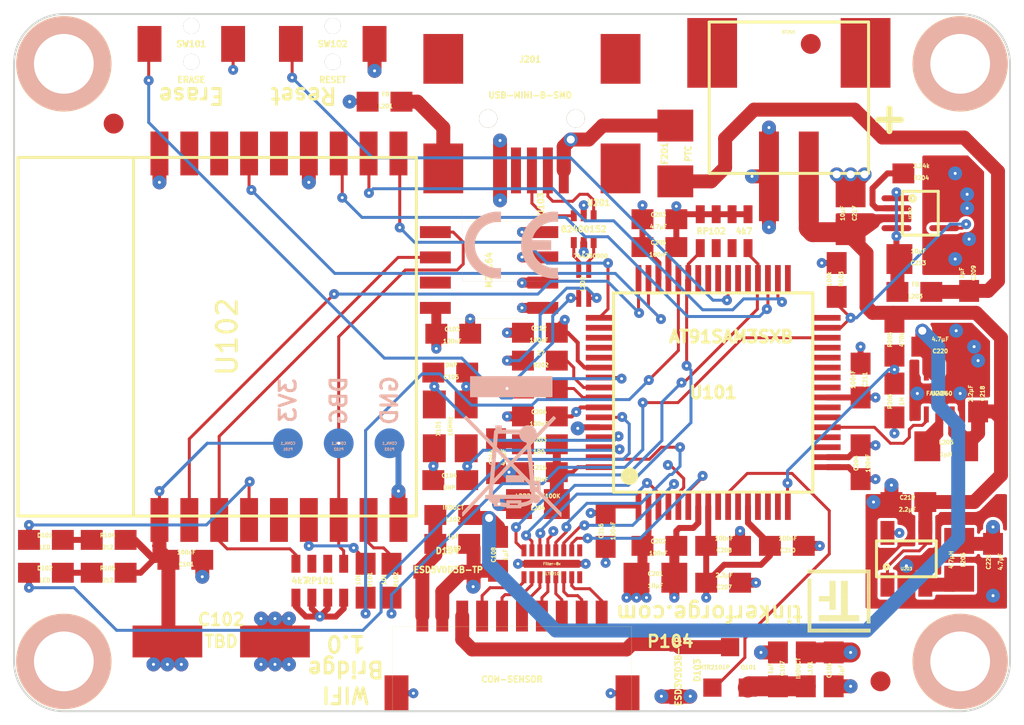
<source format=kicad_pcb>
(kicad_pcb (version 20221018) (generator pcbnew)
  (layers (0 "F.Cu" signal) (1 "In1.Cu" signal "GND") (2 "In2.Cu" signal "VCC") (31 "B.Cu" signal) (34 "B.Paste" user) (35 "F.Paste" user) (36 "B.SilkS" user "B.Silkscreen") (37 "F.SilkS" user "F.Silkscreen") (38 "B.Mask" user) (39 "F.Mask" user) (44 "Edge.Cuts" user))
  (net 0 "")
  (net 1 "GND")
  (net 2 "VCC")
  (net 3 "3V3")
  (net 4 "Net-(C107-Pad1)")
  (net 5 "Net-(C109-Pad1)")
  (net 6 "+5V")
  (net 7 "Net-(C207-Pad1)")
  (net 8 "Net-(C209-Pad1)")
  (net 9 "VBAT")
  (net 10 "W-SCL")
  (net 11 "W-SDA")
  (net 12 "Net-(C104-Pad1)")
  (net 13 "Net-(C105-Pad1)")
  (net 14 "Net-(C213-Pad1)")
  (net 15 "Net-(C214-Pad1)")
  (net 16 "Net-(C215-Pad1)")
  (net 17 "Net-(D101-Pad1)")
  (net 18 "Net-(D101-Pad2)")
  (net 19 "Net-(F201-Pad1)")
  (net 20 "Net-(J201-Pad6)")
  (net 21 "Net-(J201-Pad3)")
  (net 22 "Net-(J201-Pad2)")
  (net 23 "Net-(L205-Pad2)")
  (net 24 "Net-(L206-Pad1)")
  (net 25 "Net-(R101-Pad2)")
  (net 26 "Net-(R102-Pad2)")
  (net 27 "Net-(L202-Pad1)")
  (net 28 "D+")
  (net 29 "Net-(L202-Pad4)")
  (net 30 "D-")
  (net 31 "Net-(R204-Pad1)")
  (net 32 "Net-(SW101-Pad1)")
  (net 33 "Net-(SW102-Pad1)")
  (net 34 "Net-(L202-Pad2)")
  (net 35 "Net-(L202-Pad3)")
  (net 36 "Net-(FILTER101-Pad1)")
  (net 37 "Net-(FILTER101-Pad2)")
  (net 38 "Net-(FILTER101-Pad3)")
  (net 39 "Net-(FILTER101-Pad4)")
  (net 40 "Net-(FILTER101-Pad5)")
  (net 41 "Net-(FILTER101-Pad6)")
  (net 42 "Net-(FILTER101-Pad7)")
  (net 43 "B-IO4")
  (net 44 "B-IO3")
  (net 45 "B-IO2")
  (net 46 "B-IO1")
  (net 47 "B-ADR")
  (net 48 "B-SDA")
  (net 49 "B-SCL")
  (net 50 "SW-3V3")
  (net 51 "W-IO15")
  (net 52 "W-IO0")
  (net 53 "W-EN")
  (net 54 "W-RST")
  (net 55 "W-TXD")
  (net 56 "W-RXD")
  (net 57 "W-GP")
  (net 58 "CHST")
  (net 59 "5VEN")
  (net 60 "Net-(D102-Pad1)")
  (net 61 "LED")
  (net 62 "Net-(D103-Pad1)")
  (footprint "kicad-libraries:JST-PH-SM4-2" (layer "F.Cu") (at 161.7 15.6)
    (fp_text reference "BT201")
    (fp_text value "BATTERY")
  )
  (footprint "kicad-libraries:0603E" (layer "F.Cu") (at 161.6 41.9)
    (fp_text reference "C210")
    (fp_text value "100nF")
  )
  (footprint "kicad-libraries:0603E" (layer "F.Cu") (at 165.3 33.6 90)
    (fp_text reference "C211")
    (fp_text value "100nF")
  )
  (footprint "kicad-libraries:0603E" (layer "F.Cu") (at 149.2 31.2 180)
    (fp_text reference "C212")
    (fp_text value "100nF")
  )
  (footprint "kicad-libraries:0805E" (layer "F.Cu") (at 168.2 27.5)
    (fp_text reference "C213")
    (fp_text value "10µF")
  )
  (footprint "kicad-libraries:0603E" (layer "F.Cu") (at 147 37.4 -90)
    (fp_text reference "C214")
    (fp_text value "4.7µF")
  )
  (footprint "kicad-libraries:0603E" (layer "F.Cu") (at 149.2 38.2 180)
    (fp_text reference "C215")
    (fp_text value "100nF")
  )
  (footprint "kicad-libraries:0603E" (layer "F.Cu") (at 152.5 41.1 -90)
    (fp_text reference "C216")
    (fp_text value "100nF")
  )
  (footprint "kicad-libraries:0805E" (layer "F.Cu") (at 164.8 25.2 90)
    (fp_text reference "C217")
    (fp_text value "10µF")
  )
  (footprint "kicad-libraries:0603E" (layer "F.Cu") (at 171.2 34.3 90)
    (fp_text reference "C218")
    (fp_text value "2.2µF")
  )
  (footprint "kicad-libraries:0603E" (layer "F.Cu") (at 167.7 39.7 180)
    (fp_text reference "C219")
    (fp_text value "2.2µF")
  )
  (footprint "kicad-libraries:0603E" (layer "F.Cu") (at 169.25 31.9)
    (fp_text reference "C220")
    (fp_text value "4.7µF")
  )
  (footprint "kicad-libraries:0603E" (layer "F.Cu") (at 171.95 42.65 -90)
    (fp_text reference "C221")
    (fp_text value "4.7µF")
  )
  (footprint "kicad-libraries:1206E" (layer "F.Cu") (at 156 22.2 -90)
    (fp_text reference "F201")
    (fp_text value "PTC")
  )
  (footprint "kicad-libraries:DFN16-33x135" (layer "F.Cu") (at 149.8 42.8 180)
    (fp_text reference "FILTER101")
    (fp_text value "Filter-8x")
  )
  (footprint "kicad-libraries:USB-MINI-B-SMD" (layer "F.Cu") (at 148.8 15.2)
    (fp_text reference "J201")
    (fp_text value "USB-MINI-B-SMD")
  )
  (footprint "kicad-libraries:0603E" (layer "F.Cu") (at 168 29.15)
    (fp_text reference "L203")
    (fp_text value "FB")
  )
  (footprint "kicad-libraries:0805E" (layer "F.Cu") (at 149.1 39.8)
    (fp_text reference "L204")
    (fp_text value "LBR2012T100K")
  )
  (footprint "kicad-libraries:0805E" (layer "F.Cu") (at 169.6 36.9 180)
    (fp_text reference "L205")
    (fp_text value "1µH")
  )
  (footprint "kicad-libraries:0805E" (layer "F.Cu") (at 170.25 42.6 90)
    (fp_text reference "L206")
    (fp_text value "4.7µH")
  )
  (footprint "kicad-libraries:SOT23GDS" (layer "F.Cu") (at 158.75 48 180)
    (fp_text reference "Q101")
    (fp_text value "NTR2101P")
  )
  (footprint "kicad-libraries:0603E" (layer "F.Cu") (at 168.3 23.2)
    (fp_text reference "R204")
    (fp_text value "3.24k")
  )
  (footprint "kicad-libraries:0603E" (layer "F.Cu") (at 167 31.5 -90)
    (fp_text reference "R205")
    (fp_text value "470k")
  )
  (footprint "kicad-libraries:0603E" (layer "F.Cu") (at 167 34.6 -90)
    (fp_text reference "R206")
    (fp_text value "1M")
  )
  (footprint "kicad-libraries:0603X4" (layer "F.Cu") (at 138.15 43.65 180)
    (fp_text reference "RP101")
    (fp_text value "4k7")
  )
  (footprint "kicad-libraries:TSOT-25" (layer "F.Cu") (at 167.6 42.55)
    (fp_text reference "U203")
    (fp_text value "PAM2301")
  )
  (footprint "kicad-libraries:UMLP_22" (layer "F.Cu") (at 169.25 34.25)
    (fp_text reference "U204")
    (fp_text value "FAN4860")
  )
  (footprint "kicad-libraries:CRYSTAL_3225" (layer "F.Cu") (at 144.7 35.9 90)
    (fp_text reference "X101")
    (fp_text value "16MHz")
  )
  (footprint "kicad-libraries:0603E" (layer "F.Cu") (at 131.4 42.6)
    (fp_text reference "C101")
    (fp_text value "100nF")
  )
  (footprint "kicad-libraries:ELKO_63" (layer "F.Cu") (at 133.2 46.7 180)
    (fp_text reference "C102")
    (fp_text value "TBD")
  )
  (footprint "kicad-libraries:0805E" (layer "F.Cu") (at 155 43.5 180)
    (fp_text reference "C201")
    (fp_text value "10µF")
  )
  (footprint "kicad-libraries:0603E" (layer "F.Cu") (at 155.2 41.9 180)
    (fp_text reference "C202")
    (fp_text value "100nF")
  )
  (footprint "kicad-libraries:0603E" (layer "F.Cu") (at 141.4 19.6)
    (fp_text reference "L201")
    (fp_text value "FB")
  )
  (footprint "kicad-libraries:WE-CNSW-0603" (layer "F.Cu") (at 151.4 28.75 90)
    (fp_text reference "L202")
    (fp_text value "744230900")
  )
  (footprint "kicad-libraries:ESP8266_WROOM02" (layer "F.Cu") (at 133 31.4 90)
    (fp_text reference "U102")
    (fp_text value "ESP8266_WROOM02")
  )
  (footprint "kicad-libraries:SOIC8" (layer "F.Cu") (at 146.65 28.05 90)
    (fp_text reference "U103")
    (fp_text value "M24C64")
  )
  (footprint "kicad-libraries:SOT563-SPEC" (layer "F.Cu") (at 151.4 26 180)
    (fp_text reference "U201")
    (fp_text value "82400152")
  )
  (footprint "kicad-libraries:SC70JW-8" (layer "F.Cu") (at 168.3 25.2 -90)
    (fp_text reference "U202")
    (fp_text value "AAT3681A")
  )
  (footprint "kicad-libraries:DRILL_NP" (layer "F.Cu") (at 170.3 47.7)
    (fp_text reference "U104" hide)
    (fp_text value "DRILL" hide)
  )
  (footprint "kicad-libraries:DRILL_NP" (layer "F.Cu") (at 125.3 47.7)
    (fp_text reference "U105" hide)
    (fp_text value "DRILL" hide)
  )
  (footprint "kicad-libraries:DRILL_NP" (layer "F.Cu") (at 125.3 17.7)
    (fp_text reference "U106" hide)
    (fp_text value "DRILL" hide)
  )
  (footprint "kicad-libraries:DRILL_NP" (layer "F.Cu") (at 170.3 17.7)
    (fp_text reference "U107" hide)
    (fp_text value "DRILL" hide)
  )
  (footprint "kicad-libraries:0603E" (layer "F.Cu") (at 144.85 31.25 180)
    (fp_text reference "C103")
    (fp_text value "100nF")
  )
  (footprint "kicad-libraries:0603E" (layer "F.Cu") (at 144.7 38.6 180)
    (fp_text reference "C104")
    (fp_text value "DNP")
  )
  (footprint "kicad-libraries:0603E" (layer "F.Cu") (at 144.7 33.2)
    (fp_text reference "C105")
    (fp_text value "DNP")
  )
  (footprint "kicad-libraries:0603E" (layer "F.Cu") (at 163.95 48.1 -90)
    (fp_text reference "C106")
    (fp_text value "1µF")
  )
  (footprint "kicad-libraries:0603E" (layer "F.Cu") (at 161.15 48.1 90)
    (fp_text reference "C107")
    (fp_text value "1µF")
  )
  (footprint "kicad-libraries:0603E" (layer "F.Cu") (at 147.1 42.3 -90)
    (fp_text reference "C108")
    (fp_text value "1µF")
  )
  (footprint "kicad-libraries:0603E" (layer "F.Cu") (at 144.8 41.8)
    (fp_text reference "C109")
    (fp_text value "1µF")
  )
  (footprint "kicad-libraries:0603E" (layer "F.Cu") (at 155.2 25.5 180)
    (fp_text reference "C203")
    (fp_text value "4.7µF")
  )
  (footprint "kicad-libraries:0603E" (layer "F.Cu") (at 165.3 37.7 -90)
    (fp_text reference "C204")
    (fp_text value "100nF")
  )
  (footprint "kicad-libraries:0603E" (layer "F.Cu") (at 155.2 26.9 180)
    (fp_text reference "C205")
    (fp_text value "100nF")
  )
  (footprint "kicad-libraries:0603E" (layer "F.Cu") (at 149.2 35.4 180)
    (fp_text reference "C206")
    (fp_text value "100nF")
  )
  (footprint "kicad-libraries:0603E" (layer "F.Cu") (at 158.4 43.75)
    (fp_text reference "C207")
    (fp_text value "2.2µF")
  )
  (footprint "kicad-libraries:0603E" (layer "F.Cu") (at 158.4 41.9)
    (fp_text reference "C208")
    (fp_text value "100nF")
  )
  (footprint "kicad-libraries:0603E" (layer "F.Cu") (at 170.75 28.25 90)
    (fp_text reference "C209")
    (fp_text value "1µF")
  )
  (footprint "kicad-libraries:0603E" (layer "F.Cu") (at 162.55 48.1 90)
    (fp_text reference "L101")
    (fp_text value "INDUCT")
  )
  (footprint "kicad-libraries:0603E" (layer "F.Cu") (at 140.45 43.65 90)
    (fp_text reference "R101")
    (fp_text value "10k")
  )
  (footprint "kicad-libraries:0603E" (layer "F.Cu") (at 141.75 43.65 90)
    (fp_text reference "R102")
    (fp_text value "10k")
  )
  (footprint "kicad-libraries:0603E" (layer "F.Cu") (at 164.1 28.55 90)
    (fp_text reference "R103")
    (fp_text value "100k")
  )
  (footprint "kicad-libraries:0603E" (layer "F.Cu") (at 149.2 34)
    (fp_text reference "R201")
    (fp_text value "27")
  )
  (footprint "kicad-libraries:0603E" (layer "F.Cu") (at 149.2 32.6)
    (fp_text reference "R202")
    (fp_text value "27")
  )
  (footprint "kicad-libraries:0603E" (layer "F.Cu") (at 149.2 36.8 180)
    (fp_text reference "R203")
    (fp_text value "1R0")
  )
  (footprint "kicad-libraries:LQFP64" (layer "F.Cu") (at 157.9 34.2)
    (fp_text reference "U101")
    (fp_text value "AT91SAM3SXB")
  )
  (footprint "kicad-libraries:0603E" (layer "F.Cu") (at 144.8 40.35)
    (fp_text reference "L102")
    (fp_text value "INDUCT")
  )
  (footprint "kicad-libraries:TACT-SWITCH" (layer "F.Cu") (at 131.7 16.7)
    (fp_text reference "SW101")
    (fp_text value "ERASE")
  )
  (footprint "kicad-libraries:TACT-SWITCH" (layer "F.Cu") (at 138.8 16.7)
    (fp_text reference "SW102")
    (fp_text value "RESET")
  )
  (footprint "kicad-libraries:0603E" (layer "F.Cu") (at 124.4 41.6 180)
    (fp_text reference "D101")
    (fp_text value "LED")
  )
  (footprint "kicad-libraries:0603E" (layer "F.Cu") (at 124.4 43.25 180)
    (fp_text reference "D102")
    (fp_text value "LED")
  )
  (footprint "kicad-libraries:SOD-323" (layer "F.Cu") (at 156.05 48.15 -90)
    (fp_text reference "D103")
    (fp_text value "ESD3V3D3B-TP")
  )
  (footprint "kicad-libraries:SOD-323" (layer "F.Cu") (at 144.55 43.2)
    (fp_text reference "D104")
    (fp_text value "ESD5V0D3B-TP")
  )
  (footprint "kicad-libraries:CON-SENSOR" (layer "F.Cu") (at 147.8 50.2)
    (fp_text reference "P104")
    (fp_text value "CON-SENSOR")
  )
  (footprint "kicad-libraries:0603E" (layer "F.Cu") (at 127.55 41.6 180)
    (fp_text reference "R104")
    (fp_text value "2k2")
  )
  (footprint "kicad-libraries:0603E" (layer "F.Cu") (at 127.55 43.25 180)
    (fp_text reference "R105")
    (fp_text value "2k2")
  )
  (footprint "kicad-libraries:0603X4" (layer "F.Cu") (at 158.45 26.1)
    (fp_text reference "RP102")
    (fp_text value "4k7")
  )
  (footprint "kicad-libraries:Logo_31x31" (layer "F.Cu") (at 165.8 46.25 180)
    (fp_text reference "G***" hide)
    (fp_text value "Logo_31x31" hide)
  )
  (footprint "kicad-libraries:Fiducial_Mark" (layer "F.Cu") (at 127.8 20.7)
    (fp_text reference "Fiducial_Mark" hide)
    (fp_text value "VAL**" hide)
  )
  (footprint "kicad-libraries:Fiducial_Mark" (layer "F.Cu") (at 162.8 16.7)
    (fp_text reference "Fiducial_Mark" hide)
    (fp_text value "VAL**" hide)
  )
  (footprint "kicad-libraries:Fiducial_Mark" (layer "F.Cu") (at 166.3 48.7)
    (fp_text reference "Fiducial_Mark" hide)
    (fp_text value "VAL**" hide)
  )
  (footprint "kicad-libraries:TSTPT" (layer "B.Cu") (at 136.55 36.75)
    (fp_text reference "P101")
    (fp_text value "CONN_1")
  )
  (footprint "kicad-libraries:TSTPT" (layer "B.Cu") (at 139.1 36.75)
    (fp_text reference "P102")
    (fp_text value "CONN_1")
  )
  (footprint "kicad-libraries:TSTPT" (layer "B.Cu") (at 141.65 36.75)
    (fp_text reference "P103")
    (fp_text value "CONN_1")
  )
  (footprint "kicad-libraries:WEEE_7mm_back" (layer "B.Cu") (at 147.8 36.9 180)
    (fp_text reference "VAL" hide)
    (fp_text value "WEEE_7mm_back" hide)
  )
  (footprint "kicad-libraries:CE_5mm" (layer "B.Cu") (at 147.8 26.8)
    (fp_text reference "VAL" hide)
    (fp_text value "CE_5mm" hide)
  )
  (gr_line (start 170.3 50.2) (end 125.3 50.2) (stroke (width 0.1)) (layer "Edge.Cuts"))
  (gr_arc (start 170.3 15.2) (mid 172.067767 15.932233) (end 172.8 17.7) (stroke (width 0.1)) (layer "Edge.Cuts"))
  (gr_line (start 172.8 47.7) (end 172.8 17.7) (stroke (width 0.1)) (layer "Edge.Cuts"))
  (gr_arc (start 172.8 47.7) (mid 172.067767 49.467767) (end 170.3 50.2) (stroke (width 0.1)) (layer "Edge.Cuts"))
  (gr_line (start 122.8 17.7) (end 122.8 47.7) (stroke (width 0.1)) (layer "Edge.Cuts"))
  (gr_arc (start 125.3 50.2) (mid 123.532233 49.467767) (end 122.8 47.7) (stroke (width 0.1)) (layer "Edge.Cuts"))
  (gr_arc (start 122.8 17.7) (mid 123.532233 15.932233) (end 125.3 15.2) (stroke (width 0.1)) (layer "Edge.Cuts"))
  (gr_line (start 170.3 15.2) (end 125.3 15.2) (stroke (width 0.1)) (layer "Edge.Cuts"))
  (gr_text "3V3" (at 136.55 34.6 90) (layer "B.SilkS") (effects (font (size 0.8 0.8)) (justify mirror)))
  (gr_text "GND" (at 141.65 34.6 90) (layer "B.SilkS") (effects (font (size 0.8 0.8)) (justify mirror)))
  (gr_text "DBG" (at 139.1 34.6 90) (layer "B.SilkS") (effects (font (size 0.8 0.8)) (justify mirror)))
  (gr_text "Reset" (at 137.35 19.3 180) (layer "F.SilkS") (effects (font (size 0.8 0.8))))
  (gr_text "tinkerforge.com" (at 157.7 45.3 180) (layer "F.SilkS") (effects (font (size 0.8 0.8))))
  (gr_text "+" (at 166.75 20.4) (layer "F.SilkS") (effects (font (size 1.5 1.5) (thickness 0.3)) (justify mirror)))
  (gr_text "WIFI\nBridge\n1.0" (at 139.45 48.1 180) (layer "F.SilkS") (effects (font (size 0.8 0.8))))
  (gr_text "Erase" (at 131.7 19.3 180) (layer "F.SilkS") (effects (font (size 0.8 0.8))))
  (segment (start 154.35 25.4999) (end 154.3499 25.5) (width 0.3) (layer "F.Cu") (net 1))
  (segment (start 147.1998 21.5502) (end 147.2 21.55) (width 0.3) (layer "F.Cu") (net 1))
  (segment (start 169.5 24.95) (end 169.4 24.85) (width 0.15) (layer "F.Cu") (net 1))
  (segment (start 169.4 24.85) (end 169.4 24.75) (width 0.15) (layer "F.Cu") (net 1))
  (segment (start 169.4 24.75) (end 169.4 24.95) (width 0.15) (layer "F.Cu") (net 1))
  (segment (start 169.4 24.95) (end 169.5 24.95) (width 0.7) (layer "F.Cu") (net 1))
  (segment (start 164.8 23.95) (end 165.5 23.25) (width 0.7) (layer "F.Cu") (net 1))
  (segment (start 164.8 23.95) (end 164.1 23.25) (width 0.7) (layer "F.Cu") (net 1))
  (segment (start 159.25 43.75) (end 159.2501 43.75) (width 0.5) (layer "F.Cu") (net 1))
  (segment (start 148.35 35.4) (end 148.3499 35.4) (width 0.5) (layer "F.Cu") (net 1))
  (segment (start 148.3499 35.4) (end 147.55 35.4) (width 0.5) (layer "F.Cu") (net 1))
  (segment (start 144.3 44.2) (end 145.25 43.25) (width 0.7) (layer "F.Cu") (net 1))
  (segment (start 135.9 47.15) (end 135.2 47.85) (width 0.7) (layer "F.Cu") (net 1))
  (segment (start 160.7 23.35) (end 159.85 23.35) (width 0.7) (layer "F.Cu") (net 1))
  (segment (start 140.55 19.6) (end 140.5499 19.6) (width 0.7) (layer "F.Cu") (net 1))
  (segment (start 170.1 31.9) (end 170.1001 31.9) (width 0.7) (layer "F.Cu") (net 1))
  (segment (start 145.871 43.9292) (end 145.85 43.95) (width 0.7) (layer "F.Cu") (net 1))
  (segment (start 154.05 44) (end 153.55 44.5) (width 0.5) (layer "F.Cu") (net 1))
  (segment (start 149.347 27.4175) (end 148.318 27.4175) (width 0.5) (layer "F.Cu") (net 1))
  (segment (start 145.871 42.0207) (end 145.65 41.8) (width 0.7) (layer "F.Cu") (net 1))
  (segment (start 145.871 43.2) (end 145.871 43.9292) (width 0.7) (layer "F.Cu") (net 1))
  (segment (start 169.9 32.1001) (end 170.1 31.9) (width 0.4) (layer "F.Cu") (net 1))
  (segment (start 153.5988 49.3008) (end 152.751 49.3008) (width 0.3) (layer "F.Cu") (net 1))
  (segment (start 164.8 48.9501) (end 164.8 48.95) (width 0.7) (layer "F.Cu") (net 1))
  (segment (start 148.3499 31.2) (end 147.55 31.2) (width 0.5) (layer "F.Cu") (net 1))
  (segment (start 156.729 49.4708) (end 156.75 49.45) (width 0.7) (layer "F.Cu") (net 1))
  (segment (start 147.1 43.1501) (end 145.921 43.1501) (width 0.7) (layer "F.Cu") (net 1))
  (segment (start 147.2 24.55) (end 147.2 21.55) (width 0.7) (layer "F.Cu") (net 1))
  (segment (start 169.15 23.2) (end 169.1501 23.2) (width 0.7) (layer "F.Cu") (net 1))
  (segment (start 154.05 44) (end 154.05 44.5) (width 0.5) (layer "F.Cu") (net 1))
  (segment (start 147.1998 23.05114) (end 147.1998 21.5502) (width 0.3) (layer "F.Cu") (net 1))
  (segment (start 137.6 22.2) (end 137.6 23.65) (width 0.7) (layer "F.Cu") (net 1))
  (segment (start 171.95 43.5001) (end 171.95 44.4) (width 0.7) (layer "F.Cu") (net 1))
  (segment (start 160.7 23.35) (end 160.7 20.9) (width 0.7) (layer "F.Cu") (net 1))
  (segment (start 149.347 26.1475) (end 148.302 26.1475) (width 0.5) (layer "F.Cu") (net 1))
  (segment (start 135.9 46.25) (end 136.6 45.55) (width 0.7) (layer "F.Cu") (net 1))
  (segment (start 155.321 49.4708) (end 155.3 49.45) (width 0.7) (layer "F.Cu") (net 1))
  (segment (start 169.9 33.2) (end 169.9 32.1001) (width 0.4) (layer "F.Cu") (net 1))
  (segment (start 170.05 27.5) (end 169.15 27.5) (width 0.7) (layer "F.Cu") (net 1))
  (segment (start 156.05 49.4708) (end 155.321 49.4708) (width 0.7) (layer "F.Cu") (net 1))
  (segment (start 130.1 22.2) (end 130.1 23.65) (width 0.7) (layer "F.Cu") (net 1))
  (segment (start 154.35 26.9) (end 154.35 24.8) (width 0.3) (layer "F.Cu") (net 1))
  (segment (start 145.25 43.25) (end 145.45 43.25) (width 0.7) (layer "F.Cu") (net 1))
  (segment (start 170.1 31.9) (end 170.1 31.1) (width 0.7) (layer "F.Cu") (net 1))
  (segment (start 164.8 24.25) (end 164.8 23.95) (width 0.7) (layer "F.Cu") (net 1))
  (segment (start 164.8 24.25) (end 164.8 23.25) (width 0.7) (layer "F.Cu") (net 1))
  (segment (start 145.7 31.25) (end 145.7 30.5) (width 0.5) (layer "F.Cu") (net 1))
  (segment (start 154.35 24.8) (end 154.35 25.4999) (width 0.3) (layer "F.Cu") (net 1))
  (segment (start 148.302 26.1475) (end 148.3 26.15) (width 0.5) (layer "F.Cu") (net 1))
  (segment (start 144.3 45.4248) (end 144.3 44.2) (width 0.7) (layer "F.Cu") (net 1))
  (segment (start 135.9 47.15) (end 135.9 47.85) (width 0.7) (layer "F.Cu") (net 1))
  (segment (start 170.15 27.3999) (end 170.05 27.5) (width 0.7) (layer "F.Cu") (net 1))
  (segment (start 149.347 28.6825) (end 148.318 28.6825) (width 0.5) (layer "F.Cu") (net 1))
  (segment (start 132.25 43.45) (end 132.25 42.6) (width 0.7) (layer "F.Cu") (net 1))
  (segment (start 169.25 34.25) (end 168.15 34.25) (width 0.7) (layer "F.Cu") (net 1))
  (segment (start 167 35.4501) (end 167 36.25) (width 0.15) (layer "F.Cu") (net 1))
  (segment (start 147.65 38.2) (end 148.3499 38.2) (width 0.7) (layer "F.Cu") (net 1))
  (segment (start 169.5 25.45) (end 169.5 24.95) (width 0.15) (layer "F.Cu") (net 1))
  (segment (start 159.2501 43.75) (end 160.05 43.75) (width 0.5) (layer "F.Cu") (net 1))
  (segment (start 152.5 41.9501) (end 152.5 42.75) (width 0.3) (layer "F.Cu") (net 1))
  (segment (start 135.9 46.7) (end 135.9 46.25) (width 0.7) (layer "F.Cu") (net 1))
  (segment (start 145.55 33.2) (end 145.55 33.8499) (width 0.4) (layer "F.Cu") (net 1))
  (segment (start 151.152 35.9475) (end 151.1 36) (width 0.3) (layer "F.Cu") (net 1))
  (segment (start 154.05 44) (end 154.55 44.5) (width 0.5) (layer "F.Cu") (net 1))
  (segment (start 142.849 49.3008) (end 142.85 49.3) (width 0.3) (layer "F.Cu") (net 1))
  (segment (start 166.05 38.5501) (end 166.05 38.55) (width 0.3) (layer "F.Cu") (net 1))
  (segment (start 140.899 18.049) (end 140.9 18.05) (width 0.7) (layer "F.Cu") (net 1))
  (segment (start 135.9 46.7) (end 135.9 47.15) (width 0.7) (layer "F.Cu") (net 1))
  (segment (start 166.8499 39.7) (end 165.95 39.7) (width 0.7) (layer "F.Cu") (net 1))
  (segment (start 145.55 33.8499) (end 145.5 33.9) (width 0.4) (layer "F.Cu") (net 1))
  (segment (start 143.9 37.8501) (end 143.85 37.9) (width 0.4) (layer "F.Cu") (net 1))
  (segment (start 143.85 37.9) (end 143.85 38.6) (width 0.4) (layer "F.Cu") (net 1))
  (segment (start 159.25 41.9) (end 159.25 41.15) (width 0.5) (layer "F.Cu") (net 1))
  (segment (start 147.6 38.2501) (end 147.65 38.2) (width 0.7) (layer "F.Cu") (net 1))
  (segment (start 151.4 25.3269) (end 151.4 24.8) (width 0.3) (layer "F.Cu") (net 1))
  (segment (start 170.65 24.95) (end 169.4 24.95) (width 0.7) (layer "F.Cu") (net 1))
  (segment (start 143.9 36.9998) (end 143.9 37.8501) (width 0.4) (layer "F.Cu") (net 1))
  (segment (start 160.3 47.2499) (end 160.3 47.25) (width 0.7) (layer "F.Cu") (net 1))
  (segment (start 154.651 39.9226) (end 154.651 41.5986) (width 0.3) (layer "F.Cu") (net 1))
  (segment (start 135.9 46.7) (end 135.9 47.15) (width 0.7) (layer "F.Cu") (net 1))
  (segment (start 153.599 49.3008) (end 153.5988 49.3008) (width 0.3) (layer "F.Cu") (net 1))
  (segment (start 148.318 28.6825) (end 148.3 28.7) (width 0.5) (layer "F.Cu") (net 1))
  (segment (start 154.651 41.5986) (end 154.35 41.9) (width 0.2) (layer "F.Cu") (net 1))
  (segment (start 140.5499 19.6) (end 139.65 19.6) (width 0.3) (layer "F.Cu") (net 1))
  (segment (start 152.177 35.9475) (end 151.152 35.9475) (width 0.3) (layer "F.Cu") (net 1))
  (segment (start 148.35 31.2) (end 148.3499 31.2) (width 0.5) (layer "F.Cu") (net 1))
  (segment (start 154.35 41.9) (end 154.35 43.2001) (width 0.5) (layer "F.Cu") (net 1))
  (segment (start 162.45 41.9) (end 162.4501 41.9) (width 0.5) (layer "F.Cu") (net 1))
  (segment (start 145.3 43.2) (end 145.25 43.25) (width 0.7) (layer "F.Cu") (net 1))
  (segment (start 156.05 49.4708) (end 156.729 49.4708) (width 0.7) (layer "F.Cu") (net 1))
  (segment (start 171.2 33.4499) (end 171.2 32.6) (width 0.7) (layer "F.Cu") (net 1))
  (segment (start 154.35 43.2001) (end 154.05 43.5) (width 0.3) (layer "F.Cu") (net 1))
  (segment (start 135.9 46.25) (end 135.2 45.55) (width 0.7) (layer "F.Cu") (net 1))
  (segment (start 145.921 43.1501) (end 145.871 43.2) (width 0.7) (layer "F.Cu") (net 1))
  (segment (start 142.001 49.3008) (end 142.0012 49.3008) (width 0.3) (layer "F.Cu") (net 1))
  (segment (start 135.9 46.25) (end 135.9 45.55) (width 0.7) (layer "F.Cu") (net 1))
  (segment (start 155.152 27.7018) (end 154.35 26.9) (width 0.3) (layer "F.Cu") (net 1))
  (segment (start 169.5 24.45) (end 169.5 24.95) (width 0.15) (layer "F.Cu") (net 1))
  (segment (start 164.699 37.949) (end 165.3 38.5501) (width 0.3) (layer "F.Cu") (net 1))
  (segment (start 170.1001 31.9) (end 171 31.9) (width 0.7) (layer "F.Cu") (net 1))
  (segment (start 145.871 43.2) (end 145.871 42.0207) (width 0.7) (layer "F.Cu") (net 1))
  (segment (start 165.3 32.7499) (end 165.3 31.9) (width 0.3) (layer "F.Cu") (net 1))
  (segment (start 161.15 47.2499) (end 160.3 47.2499) (width 0.7) (layer "F.Cu") (net 1))
  (segment (start 154.05 43.5) (end 154.05 44) (width 0.5) (layer "F.Cu") (net 1))
  (segment (start 170.75 27.3999) (end 170.75 26.5) (width 0.7) (layer "F.Cu") (net 1))
  (segment (start 149.8 42.8) (end 151.5 42.8) (width 0.3) (layer "F.Cu") (net 1))
  (segment (start 170.65 24.25) (end 170.65 24.95) (width 0.7) (layer "F.Cu") (net 1))
  (segment (start 142.0012 49.3008) (end 142.849 49.3008) (width 0.3) (layer "F.Cu") (net 1))
  (segment (start 163.623 37.949) (end 164.699 37.949) (width 0.3) (layer "F.Cu") (net 1))
  (segment (start 169.25 34.25) (end 170.3 34.25) (width 0.7) (layer "F.Cu") (net 1))
  (segment (start 166.85 38.85) (end 166.85 39.7) (width 0.7) (layer "F.Cu") (net 1))
  (segment (start 145.8708 43.2) (end 145.3 43.2) (width 0.7) (layer "F.Cu") (net 1))
  (segment (start 145.871 43.2) (end 145.8708 43.2) (width 0.7) (layer "F.Cu") (net 1))
  (segment (start 140.899 16.7) (end 140.899 18.049) (width 0.7) (layer "F.Cu") (net 1))
  (segment (start 142.1 39.15) (end 142.1 40.6) (width 0.7) (layer "F.Cu") (net 1))
  (segment (start 165.3 38.5501) (end 166.05 38.5501) (width 0.3) (layer "F.Cu") (net 1))
  (segment (start 145.5 33.9) (end 145.5 34.8002) (width 0.4) (layer "F.Cu") (net 1))
  (segment (start 152.751 49.3008) (end 152.75 49.3) (width 0.3) (layer "F.Cu") (net 1))
  (segment (start 160.7 23.35) (end 160.7 25.9) (width 0.7) (layer "F.Cu") (net 1))
  (segment (start 154.05 43.5) (end 154.05 44) (width 0.5) (layer "F.Cu") (net 1))
  (segment (start 149.8 42.8) (end 148.1 42.8) (width 0.3) (layer "F.Cu") (net 1))
  (segment (start 155.152 28.4774) (end 155.152 27.7018) (width 0.3) (layer "F.Cu") (net 1))
  (segment (start 170.75 27.3999) (end 170.15 27.3999) (width 0.7) (layer "F.Cu") (net 1))
  (segment (start 163.95 48.9501) (end 164.8 48.9501) (width 0.7) (layer "F.Cu") (net 1))
  (segment (start 169.1501 23.2) (end 170.05 23.2) (width 0.7) (layer "F.Cu") (net 1))
  (segment (start 148.3499 38.2) (end 148.35 38.2) (width 0.7) (layer "F.Cu") (net 1))
  (segment (start 166.85 39.7) (end 166.8499 39.7) (width 0.7) (layer "F.Cu") (net 1))
  (segment (start 148.318 27.4175) (end 148.3 27.4) (width 0.5) (layer "F.Cu") (net 1))
  (segment (start 136.6 47.85) (end 135.9 47.15) (width 0.7) (layer "F.Cu") (net 1))
  (segment (start 162.4501 41.9) (end 163.25 41.9) (width 0.5) (layer "F.Cu") (net 1))
  (segment (start 167.6 43.85) (end 167.6 42.9) (width 0.7) (layer "F.Cu") (net 1))
  (segment (start 147 38.2501) (end 147.6 38.2501) (width 0.7) (layer "F.Cu") (net 1))
  (segment (start 135.9 46.7) (end 135.9 46.25) (width 0.7) (layer "F.Cu") (net 1))
  (via (at 140.9 18.05) (size 0.7) (drill 0.15) (layers "F.Cu" "B.Cu") (net 1))
  (via (at 160.7 20.9) (size 0.7) (drill 0.15) (layers "F.Cu" "B.Cu") (net 1))
  (via (at 132.25 43.45) (size 0.7) (drill 0.15) (layers "F.Cu" "B.Cu") (net 1))
  (via (at 159.25 41.15) (size 0.5) (drill 0.15) (layers "F.Cu" "B.Cu") (net 1))
  (via (at 164.8 48.95) (size 0.7) (drill 0.15) (layers "F.Cu" "B.Cu") (net 1))
  (via (at 136.6 47.85) (size 0.7) (drill 0.15) (layers "F.Cu" "B.Cu") (net 1))
  (via (at 135.9 47.85) (size 0.7) (drill 0.15) (layers "F.Cu" "B.Cu") (net 1))
  (via (at 170.65 24.95) (size 0.7) (drill 0.15) (layers "F.Cu" "B.Cu") (net 1))
  (via (at 167 36.25) (size 0.5) (drill 0.15) (layers "F.Cu" "B.Cu") (net 1))
  (via (at 152.5 42.75) (size 0.5) (drill 0.15) (layers "F.Cu" "B.Cu") (net 1))
  (via (at 148.3 27.4) (size 0.5) (drill 0.15) (layers "F.Cu" "B.Cu") (net 1))
  (via (at 147.55 31.2) (size 0.5) (drill 0.15) (layers "F.Cu" "B.Cu") (net 1))
  (via (at 165.3 31.9) (size 0.5) (drill 0.15) (layers "F.Cu" "B.Cu") (net 1))
  (via (at 136.6 45.55) (size 0.7) (drill 0.15) (layers "F.Cu" "B.Cu") (net 1))
  (via (at 135.2 45.55) (size 0.7) (drill 0.15) (layers "F.Cu" "B.Cu") (net 1))
  (via (at 166.85 38.85) (size 0.7) (drill 0.15) (layers "F.Cu" "B.Cu") (net 1))
  (via (at 171.95 44.4) (size 0.7) (drill 0.15) (layers "F.Cu" "B.Cu") (net 1))
  (via (at 147.65 38.2) (size 0.7) (drill 0.15) (layers "F.Cu" "B.Cu") (net 1))
  (via (at 170.75 26.5) (size 0.7) (drill 0.15) (layers "F.Cu" "B.Cu") (net 1))
  (via (at 171 31.9) (size 0.7) (drill 0.15) (layers "F.Cu" "B.Cu") (net 1))
  (via (at 148.3 26.15) (size 0.5) (drill 0.15) (layers "F.Cu" "B.Cu") (net 1))
  (via (at 166.05 38.55) (size 0.5) (drill 0.15) (layers "F.Cu" "B.Cu") (net 1))
  (via (at 160.05 43.75) (size 0.5) (drill 0.15) (layers "F.Cu" "B.Cu") (net 1))
  (via (at 165.5 23.25) (size 0.7) (drill 0.4) (layers "F.Cu" "B.Cu") (net 1))
  (via (at 154.05 44.5) (size 0.5) (drill 0.15) (layers "F.Cu" "B.Cu") (net 1))
  (via (at 147.2 21.55) (size 0.7) (drill 0.15) (layers "F.Cu" "B.Cu") (net 1))
  (via (at 170.3 34.25) (size 0.7) (drill 0.15) (layers "F.Cu" "B.Cu") (net 1))
  (via (at 147.2 24.55) (size 0.7) (drill 0.15) (layers "F.Cu" "B.Cu") (net 1))
  (via (at 154.55 44.5) (size 0.5) (drill 0.15) (layers "F.Cu" "B.Cu") (net 1))
  (via (at 167.6 42.9) (size 0.7) (drill 0.15) (layers "F.Cu" "B.Cu") (net 1))
  (via (at 130.1 23.65) (size 0.7) (drill 0.15) (layers "F.Cu" "B.Cu") (net 1))
  (via (at 159.85 23.35) (size 0.7) (drill 0.15) (layers "F.Cu" "B.Cu") (net 1))
  (via (at 160.7 25.9) (size 0.7) (drill 0.15) (layers "F.Cu" "B.Cu") (net 1))
  (via (at 145.85 43.95) (size 0.7) (drill 0.15) (layers "F.Cu" "B.Cu") (net 1))
  (via (at 137.6 23.65) (size 0.7) (drill 0.15) (layers "F.Cu" "B.Cu") (net 1))
  (via (at 148.3 28.7) (size 0.5) (drill 0.15) (layers "F.Cu" "B.Cu") (net 1))
  (via (at 153.55 44.5) (size 0.5) (drill 0.15) (layers "F.Cu" "B.Cu") (net 1))
  (via (at 171.2 32.6) (size 0.7) (drill 0.15) (layers "F.Cu" "B.Cu") (net 1))
  (via (at 142.1 39.15) (size 0.7) (drill 0.15) (layers "F.Cu" "B.Cu") (net 1))
  (via (at 143.85 37.9) (size 0.5) (drill 0.15) (layers "F.Cu" "B.Cu") (net 1))
  (via (at 163.25 41.9) (size 0.5) (drill 0.15) (layers "F.Cu" "B.Cu") (net 1))
  (via (at 145.5 33.9) (size 0.5) (drill 0.15) (layers "F.Cu" "B.Cu") (net 1))
  (via (at 170.05 27.5) (size 0.7) (drill 0.15) (layers "F.Cu" "B.Cu") (net 1))
  (via (at 164.8 23.25) (size 0.7) (drill 0.4) (layers "F.Cu" "B.Cu") (net 1))
  (via (at 164.1 23.25) (size 0.7) (drill 0.4) (layers "F.Cu" "B.Cu") (net 1))
  (via (at 139.65 19.6) (size 0.7) (drill 0.15) (layers "F.Cu" "B.Cu") (net 1))
  (via (at 165.95 39.7) (size 0.7) (drill 0.15) (layers "F.Cu" "B.Cu") (net 1))
  (via (at 168.15 34.25) (size 0.7) (drill 0.15) (layers "F.Cu" "B.Cu") (net 1))
  (via (at 151.1 36) (size 0.7) (drill 0.15) (layers "F.Cu" "B.Cu") (net 1))
  (via (at 155.3 49.45) (size 0.7) (drill 0.15) (layers "F.Cu" "B.Cu") (net 1))
  (via (at 154.35 24.8) (size 0.5) (drill 0.15) (layers "F.Cu" "B.Cu") (net 1))
  (via (at 151.5 42.8) (size 0.5) (drill 0.15) (layers "F.Cu" "B.Cu") (net 1))
  (via (at 148.1 42.8) (size 0.5) (drill 0.15) (layers "F.Cu" "B.Cu") (net 1))
  (via (at 151.4 24.8) (size 0.5) (drill 0.15) (layers "F.Cu" "B.Cu") (net 1))
  (via (at 152.75 49.3) (size 0.5) (drill 0.15) (layers "F.Cu" "B.Cu") (net 1))
  (via (at 170.1 31.1) (size 0.7) (drill 0.15) (layers "F.Cu" "B.Cu") (net 1))
  (via (at 170.65 24.25) (size 0.7) (drill 0.15) (layers "F.Cu" "B.Cu") (net 1))
  (via (at 156.75 49.45) (size 0.7) (drill 0.15) (layers "F.Cu" "B.Cu") (net 1))
  (via (at 160.3 47.25) (size 0.7) (drill 0.15) (layers "F.Cu" "B.Cu") (net 1))
  (via (at 170.05 23.2) (size 0.7) (drill 0.15) (layers "F.Cu" "B.Cu") (net 1))
  (via (at 135.9 45.55) (size 0.7) (drill 0.15) (layers "F.Cu" "B.Cu") (net 1))
  (via (at 147.55 35.4) (size 0.5) (drill 0.15) (layers "F.Cu" "B.Cu") (net 1))
  (via (at 135.2 47.85) (size 0.7) (drill 0.15) (layers "F.Cu" "B.Cu") (net 1))
  (via (at 142.85 49.3) (size 0.5) (drill 0.15) (layers "F.Cu" "B.Cu") (net 1))
  (via (at 145.7 30.5) (size 0.5) (drill 0.15) (layers "F.Cu" "B.Cu") (net 1))
  (segment (start 142.1 37.2) (end 141.65 36.75) (width 0.3) (layer "B.Cu") (net 1))
  (segment (start 142.1 39.15) (end 142.1 37.2) (width 0.3) (layer "B.Cu") (net 1))
  (segment (start 170.55 36.35) (end 169.9 35.7) (width 0.4) (layer "F.Cu") (net 2))
  (segment (start 169.9 35.7) (end 169.9 35.3) (width 0.4) (layer "F.Cu") (net 2))
  (segment (start 164.8 26.4) (end 164.8 26.35) (width 0.7) (layer "F.Cu") (net 2))
  (segment (start 165.9 25.45) (end 165.2 26.15) (width 0.3) (layer "F.Cu") (net 2))
  (segment (start 164.8 26.15) (end 165.05 26.15) (width 1) (layer "F.Cu") (net 2))
  (segment (start 171 39.7) (end 168.5501 39.7) (width 0.7) (layer "F.Cu") (net 2))
  (segment (start 171.1 30.2) (end 166.9411 30.2) (width 0.7) (layer "F.Cu") (net 2))
  (segment (start 171.2 35.1501) (end 171.2 36.25) (width 0.7) (layer "F.Cu") (net 2))
  (segment (start 170.55 36.9) (end 170.55 36.35) (width 0.4) (layer "F.Cu") (net 2))
  (segment (start 166.65 43.85) (end 166.65 42.95) (width 0.15) (layer "F.Cu") (net 2))
  (segment (start 165.2 26.15) (end 165.05 26.15) (width 0.3) (layer "F.Cu") (net 2))
  (segment (start 172.35 35.5) (end 172.35 31.45) (width 0.7) (layer "F.Cu") (net 2))
  (segment (start 172.35 35.5) (end 172.1 35.25) (width 0.7) (layer "F.Cu") (net 2))
  (segment (start 168.55 39.7) (end 168.55 41.25) (width 0.7) (layer "F.Cu") (net 2))
  (segment (start 167 30.2589) (end 166.9411 30.2) (width 0.3) (layer "F.Cu") (net 2))
  (segment (start 168.55 41.85) (end 168.55 41.25) (width 0.15) (layer "F.Cu") (net 2))
  (segment (start 165.6 27.2) (end 164.8 26.4) (width 0.7) (layer "F.Cu") (net 2))
  (segment (start 172.1 35.25) (end 172.1 35.1501) (width 0.7) (layer "F.Cu") (net 2))
  (segment (start 169.9 36.25) (end 170.55 36.9) (width 0.4) (layer "F.Cu") (net 2))
  (segment (start 162.7 25.95) (end 162.9 26.15) (width 1) (layer "F.Cu") (net 2))
  (segment (start 166.9411 30.2) (end 165.9 30.2) (width 0.7) (layer "F.Cu") (net 2))
  (segment (start 172.35 38.35) (end 171 39.7) (width 0.7) (layer "F.Cu") (net 2))
  (segment (start 167.45 42.15) (end 168.25 42.15) (width 0.15) (layer "F.Cu") (net 2))
  (segment (start 164.8 26.15) (end 164.8 26.35) (width 0.7) (layer "F.Cu") (net 2))
  (segment (start 172.1 35.1501) (end 171.2 35.1501) (width 0.7) (layer "F.Cu") (net 2))
  (segment (start 165.05 26.15) (end 164.8 26.15) (width 0.3) (layer "F.Cu") (net 2))
  (segment (start 166.65 42.95) (end 167.45 42.15) (width 0.15) (layer "F.Cu") (net 2))
  (segment (start 165.9 30.2) (end 165.6 29.9) (width 0.7) (layer "F.Cu") (net 2))
  (segment (start 172.35 31.45) (end 171.1 30.2) (width 0.7) (layer "F.Cu") (net 2))
  (segment (start 162.9 26.15) (end 164.8 26.15) (width 1) (layer "F.Cu") (net 2))
  (segment (start 167 30.6499) (end 167 30.2589) (width 0.3) (layer "F.Cu") (net 2))
  (segment (start 168.5501 39.7) (end 168.55 39.7) (width 0.7) (layer "F.Cu") (net 2))
  (segment (start 164.8 26.15) (end 164.8 26.35) (width 0.7) (layer "F.Cu") (net 2))
  (segment (start 167.1 25.45) (end 165.9 25.45) (width 0.3) (layer "F.Cu") (net 2))
  (segment (start 171.2 36.25) (end 170.55 36.9) (width 0.7) (layer "F.Cu") (net 2))
  (segment (start 168.25 42.15) (end 168.55 41.85) (width 0.15) (layer "F.Cu") (net 2))
  (segment (start 172.35 35.5) (end 172.35 38.35) (width 0.7) (layer "F.Cu") (net 2))
  (segment (start 169.9 35.3) (end 169.9 36.25) (width 0.4) (layer "F.Cu") (net 2))
  (segment (start 165.6 29.9) (end 165.6 27.2) (width 0.7) (layer "F.Cu") (net 2))
  (segment (start 162.7 23.35) (end 162.7 25.95) (width 1) (layer "F.Cu") (net 2))
  (segment (start 128.8 41.6) (end 129.8 42.6) (width 0.3) (layer "F.Cu") (net 3))
  (segment (start 129.8 42.6) (end 130.5499 42.6) (width 0.3) (layer "F.Cu") (net 3))
  (segment (start 130.1 42.1501) (end 130.0501 42.1501) (width 0.15) (layer "F.Cu") (net 3))
  (segment (start 130.0501 42.1501) (end 129.8 41.9) (width 0.15) (layer "F.Cu") (net 3))
  (segment (start 129.8 41.9) (end 130.1 41.9) (width 0.15) (layer "F.Cu") (net 3))
  (segment (start 130.1 41.9) (end 130.1 42.1501) (width 0.7) (layer "F.Cu") (net 3))
  (segment (start 130.1 42.1501) (end 130.5499 42.6) (width 0.15) (layer "F.Cu") (net 3))
  (segment (start 144 31.2501) (end 143.9999 31.25) (width 0.15) (layer "F.Cu") (net 3))
  (segment (start 133.79898 17.99898) (end 133.8 18) (width 0.15) (layer "F.Cu") (net 3))
  (segment (start 130.1 40.6) (end 130.1 41.9) (width 0.7) (layer "F.Cu") (net 3))
  (segment (start 130.55 42.6) (end 130.55 46.6501) (width 0.7) (layer "F.Cu") (net 3))
  (segment (start 128.4001 41.6) (end 128.8 41.6) (width 0.3) (layer "F.Cu") (net 3))
  (segment (start 144 32) (end 144 31.2501) (width 0.15) (layer "F.Cu") (net 3))
  (segment (start 170.4 41.7999) (end 170.25 41.65) (width 0.7) (layer "F.Cu") (net 3))
  (segment (start 157.151 40.7493) (end 156.9 41) (width 0.3) (layer "F.Cu") (net 3))
  (segment (start 158.8488 25.2491) (end 158.0512 25.2491) (width 0.3) (layer "F.Cu") (net 3))
  (segment (start 163.95 47.2499) (end 162.55 47.2499) (width 1) (layer "F.Cu") (net 3))
  (segment (start 159.6489 25.2491) (end 158.8488 25.2491) (width 0.3) (layer "F.Cu") (net 3))
  (segment (start 155.652 28.4774) (end 155.652 27.298) (width 0.3) (layer "F.Cu") (net 3))
  (segment (start 130.5 47.15) (end 130.5 47.85) (width 0.7) (layer "F.Cu") (net 3))
  (segment (start 137.751 45.0512) (end 137.751 44.5009) (width 0.3) (layer "F.Cu") (net 3))
  (segment (start 130.5 46.7) (end 130.5 47.15) (width 0.7) (layer "F.Cu") (net 3))
  (segment (start 129.9 42.6) (end 129.8 42.6) (width 0.3) (layer "F.Cu") (net 3))
  (segment (start 166.65 41.25) (end 167.25 41.25) (width 0.15) (layer "F.Cu") (net 3))
  (segment (start 164.8 47.2499) (end 164.8 47.25) (width 1) (layer "F.Cu") (net 3))
  (segment (start 149.347 29.9525) (end 148.302 29.9525) (width 0.5) (layer "F.Cu") (net 3))
  (segment (start 139.349 45.0511) (end 138.95 45.45) (width 0.3) (layer "F.Cu") (net 3))
  (segment (start 163.95 47.2499) (end 164.8 47.2499) (width 1) (layer "F.Cu") (net 3))
  (segment (start 155.95 42.0001) (end 156.05 41.9) (width 0.5) (layer "F.Cu") (net 3))
  (segment (start 130.5499 42.6) (end 130.1 42.1501) (width 0.15) (layer "F.Cu") (net 3))
  (segment (start 152.5 40.2499) (end 151.75 40.2499) (width 0.3) (layer "F.Cu") (net 3))
  (segment (start 154.151 39.9226) (end 152.827 39.9226) (width 0.2) (layer "F.Cu") (net 3))
  (segment (start 136.951 44.5009) (end 136.951 44.9511) (width 0.3) (layer "F.Cu") (net 3))
  (segment (start 138.15 45.45) (end 137.751 45.0512) (width 0.3) (layer "F.Cu") (net 3))
  (segment (start 130.1 40.6) (end 130.1 42.1501) (width 0.15) (layer "F.Cu") (net 3))
  (segment (start 136.951 44.9511) (end 137.45 45.45) (width 0.3) (layer "F.Cu") (net 3))
  (segment (start 156.05 26.9) (end 156.05 25.5) (width 0.3) (layer "F.Cu") (net 3))
  (segment (start 128.4 41.6) (end 128.4001 41.6) (width 0.3) (layer "F.Cu") (net 3))
  (segment (start 130.1 40.6) (end 130.1 39.15) (width 0.15) (layer "F.Cu") (net 3))
  (segment (start 139.349 44.5009) (end 139.349 45.0511) (width 0.3) (layer "F.Cu") (net 3))
  (segment (start 151.75 40.2499) (end 151.75 40.25) (width 0.3) (layer "F.Cu") (net 3))
  (segment (start 144 32) (end 144 29.9998) (width 0.5) (layer "F.Cu") (net 3))
  (segment (start 155.95 43.5) (end 155.95 42.0001) (width 0.5) (layer "F.Cu") (net 3))
  (segment (start 137.45 45.45) (end 138.15 45.45) (width 0.3) (layer "F.Cu") (net 3))
  (segment (start 150.0501 35.4) (end 150.05 35.4) (width 0.2) (layer "F.Cu") (net 3))
  (segment (start 171.95 41.7999) (end 170.4 41.7999) (width 0.7) (layer "F.Cu") (net 3))
  (segment (start 163.35 27.6999) (end 163.35 27.7) (width 0.3) (layer "F.Cu") (net 3))
  (segment (start 144 29.9998) (end 143.953 29.9525) (width 0.5) (layer "F.Cu") (net 3))
  (segment (start 164.701 37.4487) (end 165.3 36.8499) (width 0.3) (layer "F.Cu") (net 3))
  (segment (start 157.2511 25.2491) (end 156.301 25.2491) (width 0.3) (layer "F.Cu") (net 3))
  (segment (start 164.1 27.6999) (end 163.35 27.6999) (width 0.3) (layer "F.Cu") (net 3))
  (segment (start 130.55 46.6501) (end 130.5 46.7) (width 0.7) (layer "F.Cu") (net 3))
  (segment (start 155.652 27.298) (end 156.05 26.9) (width 0.3) (layer "F.Cu") (net 3))
  (segment (start 151.251 34.9493) (end 151.025 35.175) (width 0.2) (layer "F.Cu") (net 3))
  (segment (start 166.05 36.8499) (end 166.05 36.85) (width 0.3) (layer "F.Cu") (net 3))
  (segment (start 128.9 41.6) (end 129.9 42.6) (width 0.3) (layer "F.Cu") (net 3))
  (segment (start 128.4001 41.6) (end 128.9 41.6) (width 0.3) (layer "F.Cu") (net 3))
  (segment (start 130.5 46.7) (end 130.5 47.15) (width 0.7) (layer "F.Cu") (net 3))
  (segment (start 157.151 39.9226) (end 157.151 40.7493) (width 0.3) (layer "F.Cu") (net 3))
  (segment (start 156.2 41) (end 156.05 41.1499) (width 0.3) (layer "F.Cu") (net 3))
  (segment (start 130.5 47.15) (end 129.8 47.85) (width 0.7) (layer "F.Cu") (net 3))
  (segment (start 130.1 42.1501) (end 130.55 42.6) (width 0.7) (layer "F.Cu") (net 3))
  (segment (start 128.4001 43.25) (end 128.4 43.25) (width 0.3) (layer "F.Cu") (net 3))
  (segment (start 129.8 42.6) (end 129.15 43.25) (width 0.3) (layer "F.Cu") (net 3))
  (segment (start 152.177 34.9493) (end 151.251 34.9493) (width 0.2) (layer "F.Cu") (net 3))
  (segment (start 156.9 41) (end 156.2 41) (width 0.3) (layer "F.Cu") (net 3))
  (segment (start 156.05 41.1499) (end 156.05 41.9) (width 0.3) (layer "F.Cu") (net 3))
  (segment (start 133.79898 16.7) (end 133.79898 17.99898) (width 0.15) (layer "F.Cu") (net 3))
  (segment (start 156.05 25.5) (end 156.05 24.85) (width 0.3) (layer "F.Cu") (net 3))
  (segment (start 163.623 37.4487) (end 164.701 37.4487) (width 0.3) (layer "F.Cu") (net 3))
  (segment (start 159.649 25.2491) (end 159.6489 25.2491) (width 0.3) (layer "F.Cu") (net 3))
  (segment (start 138.549 45.0512) (end 138.15 45.45) (width 0.3) (layer "F.Cu") (net 3))
  (segment (start 152.827 39.9226) (end 152.5 40.2499) (width 0.2) (layer "F.Cu") (net 3))
  (segment (start 138.549 44.5009) (end 138.549 45.0512) (width 0.3) (layer "F.Cu") (net 3))
  (segment (start 155.95 43.5) (end 155.95 44.5) (width 0.5) (layer "F.Cu") (net 3))
  (segment (start 138.95 45.45) (end 138.15 45.45) (width 0.3) (layer "F.Cu") (net 3))
  (segment (start 150.8 35.4) (end 150.0501 35.4) (width 0.2) (layer "F.Cu") (net 3))
  (segment (start 148.302 29.9525) (end 148.3 29.95) (width 0.5) (layer "F.Cu") (net 3))
  (segment (start 156.301 25.2491) (end 156.05 25.5) (width 0.3) (layer "F.Cu") (net 3))
  (segment (start 171.95 40.95) (end 171.95 41.7999) (width 0.7) (layer "F.Cu") (net 3))
  (segment (start 151.025 35.175) (end 150.8 35.4) (width 0.2) (layer "F.Cu") (net 3))
  (segment (start 158.0512 25.2491) (end 157.2511 25.2491) (width 0.3) (layer "F.Cu") (net 3))
  (segment (start 129.15 43.25) (end 128.4001 43.25) (width 0.3) (layer "F.Cu") (net 3))
  (segment (start 130.5 47.15) (end 131.2 47.85) (width 0.7) (layer "F.Cu") (net 3))
  (segment (start 165.3 36.8499) (end 166.05 36.8499) (width 0.3) (layer "F.Cu") (net 3))
  (via (at 155.95 44.5) (size 0.5) (drill 0.15) (layers "F.Cu" "B.Cu") (net 3))
  (via (at 131.2 47.85) (size 0.7) (drill 0.15) (layers "F.Cu" "B.Cu") (net 3))
  (via (at 166.05 36.85) (size 0.5) (drill 0.15) (layers "F.Cu" "B.Cu") (net 3))
  (via (at 151.025 35.175) (size 0.5) (drill 0.15) (layers "F.Cu" "B.Cu") (net 3))
  (via (at 148.3 29.95) (size 0.5) (drill 0.15) (layers "F.Cu" "B.Cu") (net 3))
  (via (at 129.8 47.85) (size 0.7) (drill 0.15) (layers "F.Cu" "B.Cu") (net 3))
  (via (at 163.35 27.7) (size 0.5) (drill 0.15) (layers "F.Cu" "B.Cu") (net 3))
  (via (at 171.95 40.95) (size 0.7) (drill 0.15) (layers "F.Cu" "B.Cu") (net 3))
  (via (at 151.75 40.25) (size 0.5) (drill 0.15) (layers "F.Cu" "B.Cu") (net 3))
  (via (at 138.15 45.45) (size 0.5) (drill 0.15) (layers "F.Cu" "B.Cu") (net 3))
  (via (at 156.05 24.85) (size 0.5) (drill 0.15) (layers "F.Cu" "B.Cu") (net 3))
  (via (at 130.5 47.85) (size 0.7) (drill 0.15) (layers "F.Cu" "B.Cu") (net 3))
  (via (at 133.8 18) (size 0.5) (drill 0.15) (layers "F.Cu" "B.Cu") (net 3))
  (via (at 164.8 47.25) (size 0.7) (drill 0.15) (layers "F.Cu" "B.Cu") (net 3))
  (via (at 167.25 41.25) (size 0.5) (drill 0.15) (layers "F.Cu" "B.Cu") (net 3))
  (via (at 130.1 39.15) (size 0.5) (drill 0.15) (layers "F.Cu" "B.Cu") (net 3))
  (via (at 144 32) (size 0.5) (drill 0.15) (layers "F.Cu" "B.Cu") (net 3))
  (segment (start 132.5 36.75) (end 130.1 39.15) (width 0.15) (layer "B.Cu") (net 3))
  (segment (start 132.5 36.75) (end 130.1 39.15) (width 0.15) (layer "B.Cu") (net 3))
  (segment (start 132.5 36.75) (end 130.1 39.15) (width 0.15) (layer "B.Cu") (net 3))
  (segment (start 136.55 36.75) (end 132.5 36.75) (width 0.15) (layer "B.Cu") (net 3))
  (segment (start 159.705 48.9501) (end 159.639 49.016) (width 1) (layer "F.Cu") (net 4))
  (segment (start 161.15 48.9501) (end 159.705 48.9501) (width 1) (layer "F.Cu") (net 4))
  (segment (start 162.55 48.9501) (end 161.15 48.9501) (width 1) (layer "F.Cu") (net 4))
  (segment (start 143.9499 42.4793) (end 143.2292 43.2) (width 0.15) (layer "F.Cu") (net 5))
  (segment (start 143.9499 41.8) (end 143.9499 42.4793) (width 0.15) (layer "F.Cu") (net 5))
  (segment (start 143.299 43.2699) (end 143.229 43.2) (width 0.7) (layer "F.Cu") (net 5))
  (segment (start 143.229 43.0708) (end 143.95 42.3501) (width 0.7) (layer "F.Cu") (net 5))
  (segment (start 143.95 42.3501) (end 143.95 40.35) (width 0.7) (layer "F.Cu") (net 5))
  (segment (start 143.229 43.2) (end 143.229 43.0708) (width 0.7) (layer "F.Cu") (net 5))
  (segment (start 143.299 45.4248) (end 143.299 43.2699) (width 0.7) (layer "F.Cu") (net 5))
  (segment (start 168.3999 32.1999) (end 168.95 32.75) (width 0.4) (layer "F.Cu") (net 6))
  (segment (start 168.95 32.75) (end 168.95 33.35) (width 0.5) (layer "F.Cu") (net 6))
  (segment (start 147.1 41.4499) (end 147.1 40.95) (width 0.7) (layer "F.Cu") (net 6))
  (segment (start 169.25 33.2) (end 169.25 32.7501) (width 0.4) (layer "F.Cu") (net 6))
  (segment (start 146.65 40.5) (end 145.8 40.5) (width 0.7) (layer "F.Cu") (net 6))
  (segment (start 168.6 33.2) (end 168.6 32.1001) (width 0.4) (layer "F.Cu") (net 6))
  (segment (start 147.05 41.5) (end 147.1 41.4499) (width 0.7) (layer "F.Cu") (net 6))
  (segment (start 168.4 31.9) (end 168.4 31.1) (width 0.7) (layer "F.Cu") (net 6))
  (segment (start 168.6 32.1001) (end 168.4 31.9) (width 0.4) (layer "F.Cu") (net 6))
  (segment (start 145.8 40.5) (end 145.65 40.35) (width 0.7) (layer "F.Cu") (net 6))
  (segment (start 169.25 32.7501) (end 168.4 31.9) (width 0.4) (layer "F.Cu") (net 6))
  (segment (start 168.3999 31.9) (end 168.3999 32.1999) (width 0.4) (layer "F.Cu") (net 6))
  (segment (start 147.1 40.95) (end 146.65 40.5) (width 0.7) (layer "F.Cu") (net 6))
  (via (at 146.65 40.5) (size 0.7) (drill 0.4) (layers "F.Cu" "B.Cu") (net 6))
  (via (at 168.4 31.1) (size 0.7) (drill 0.4) (layers "F.Cu" "B.Cu") (net 6))
  (segment (start 165.6 46.15) (end 170.2 41.55) (width 0.7) (layer "B.Cu") (net 6))
  (segment (start 170.2 35.85) (end 169.2 34.85) (width 0.7) (layer "B.Cu") (net 6))
  (segment (start 146.65 40.5) (end 146.65 42.8) (width 0.7) (layer "B.Cu") (net 6))
  (segment (start 150 46.15) (end 165.6 46.15) (width 0.7) (layer "B.Cu") (net 6))
  (segment (start 170.2 41.55) (end 170.2 35.85) (width 0.7) (layer "B.Cu") (net 6))
  (segment (start 146.65 42.8) (end 150 46.15) (width 0.7) (layer "B.Cu") (net 6))
  (segment (start 169.2 31.9) (end 168.4 31.1) (width 0.7) (layer "B.Cu") (net 6))
  (segment (start 169.2 34.85) (end 169.2 31.9) (width 0.7) (layer "B.Cu") (net 6))
  (segment (start 159.648 39.9226) (end 159.648 40.6475) (width 0.2) (layer "F.Cu") (net 7))
  (segment (start 166.05 34.4501) (end 166.05 34.45) (width 0.3) (layer "F.Cu") (net 7))
  (segment (start 159.648 39.9226) (end 159.648 40.6475) (width 0.3) (layer "F.Cu") (net 7))
  (segment (start 159.648 40.6475) (end 159.648 40.7475) (width 0.3) (layer "F.Cu") (net 7))
  (segment (start 157.55 43.75) (end 157.55 44.5) (width 0.3) (layer "F.Cu") (net 7))
  (segment (start 160.3 42.85) (end 158.45 42.85) (width 0.3) (layer "F.Cu") (net 7))
  (segment (start 165.3 34.4501) (end 166.05 34.4501) (width 0.3) (layer "F.Cu") (net 7))
  (segment (start 160.75 41.7499) (end 160.75 41.9) (width 0.2) (layer "F.Cu") (net 7))
  (segment (start 157.651 39.9226) (end 157.651 41.7988) (width 0.3) (layer "F.Cu") (net 7))
  (segment (start 158.45 42.85) (end 157.55 43.75) (width 0.3) (layer "F.Cu") (net 7))
  (segment (start 150.05 30.9499) (end 150.45 30.55) (width 0.3) (layer "F.Cu") (net 7))
  (segment (start 157.55 43.75) (end 157.55 41.9) (width 0.3) (layer "F.Cu") (net 7))
  (segment (start 148.15 39.8) (end 147.15 39.8) (width 0.7) (layer "F.Cu") (net 7))
  (segment (start 150.05 31.2) (end 150.05 30.9499) (width 0.3) (layer "F.Cu") (net 7))
  (segment (start 165.299 34.4489) (end 165.3 34.4501) (width 0.3) (layer "F.Cu") (net 7))
  (segment (start 151.45 32.9503) (end 151.1 32.6) (width 0.2) (layer "F.Cu") (net 7))
  (segment (start 163.623 34.4489) (end 165.299 34.4489) (width 0.3) (layer "F.Cu") (net 7))
  (segment (start 151.1 31.7) (end 150.6 31.2) (width 0.2) (layer "F.Cu") (net 7))
  (segment (start 160.75 42.4001) (end 160.3 42.85) (width 0.3) (layer "F.Cu") (net 7))
  (segment (start 157.651 41.7988) (end 157.55 41.9) (width 0.2) (layer "F.Cu") (net 7))
  (segment (start 150.0501 31.2) (end 150.05 31.2) (width 0.2) (layer "F.Cu") (net 7))
  (segment (start 150.6 31.2) (end 150.0501 31.2) (width 0.2) (layer "F.Cu") (net 7))
  (segment (start 160.75 41.8499) (end 160.75 41.9) (width 0.3) (layer "F.Cu") (net 7))
  (segment (start 159.648 40.7475) (end 160.75 41.8499) (width 0.3) (layer "F.Cu") (net 7))
  (segment (start 152.177 32.9503) (end 151.45 32.9503) (width 0.2) (layer "F.Cu") (net 7))
  (segment (start 159.648 40.6475) (end 160.75 41.7499) (width 0.2) (layer "F.Cu") (net 7))
  (segment (start 151.1 32.6) (end 151.1 31.7) (width 0.2) (layer "F.Cu") (net 7))
  (segment (start 160.75 41.9) (end 160.75 42.4001) (width 0.2) (layer "F.Cu") (net 7))
  (via (at 147.15 39.8) (size 0.7) (drill 0.15) (layers "F.Cu" "B.Cu") (net 7))
  (via (at 166.05 34.45) (size 0.5) (drill 0.15) (layers "F.Cu" "B.Cu") (net 7))
  (via (at 150.45 30.55) (size 0.5) (drill 0.15) (layers "F.Cu" "B.Cu") (net 7))
  (via (at 157.55 44.5) (size 0.5) (drill 0.15) (layers "F.Cu" "B.Cu") (net 7))
  (segment (start 172.2 28.6) (end 172.2 23.1) (width 0.7) (layer "F.Cu") (net 8))
  (segment (start 171.7 29.1001) (end 172.2 28.6) (width 0.7) (layer "F.Cu") (net 8))
  (segment (start 168.85 29.15) (end 168.8501 29.15) (width 0.7) (layer "F.Cu") (net 8))
  (segment (start 170.75 29.1001) (end 171.7 29.1001) (width 0.7) (layer "F.Cu") (net 8))
  (segment (start 170.7 29.15) (end 170.75 29.1001) (width 0.7) (layer "F.Cu") (net 8))
  (segment (start 166.4 21.4) (end 165 20) (width 0.7) (layer "F.Cu") (net 8))
  (segment (start 158.5 21.45) (end 158.5 22.9) (width 0.7) (layer "F.Cu") (net 8))
  (segment (start 159.95 20) (end 158.5 21.45) (width 0.7) (layer "F.Cu") (net 8))
  (segment (start 170.5 21.4) (end 166.4 21.4) (width 0.7) (layer "F.Cu") (net 8))
  (segment (start 165 20) (end 159.95 20) (width 0.7) (layer "F.Cu") (net 8))
  (segment (start 168.8501 29.15) (end 170.7 29.15) (width 0.7) (layer "F.Cu") (net 8))
  (segment (start 172.2 23.1) (end 170.5 21.4) (width 0.7) (layer "F.Cu") (net 8))
  (segment (start 158.5 22.9) (end 157.8 23.6) (width 0.7) (layer "F.Cu") (net 8))
  (segment (start 157.8 23.6) (end 156 23.6) (width 0.7) (layer "F.Cu") (net 8))
  (segment (start 167 33.7499) (end 167 33.05) (width 0.15) (layer "F.Cu") (net 9))
  (segment (start 161.6323 38.7415) (end 161.6323 39.9059) (width 0.15) (layer "F.Cu") (net 9))
  (segment (start 167 33.05) (end 167 32.3501) (width 0.15) (layer "F.Cu") (net 9))
  (segment (start 161.6323 39.9059) (end 161.649 39.9226) (width 0.15) (layer "F.Cu") (net 9))
  (via (at 161.6323 38.7415) (size 0.5) (drill 0.15) (layers "F.Cu" "B.Cu") (net 9))
  (via (at 167 33.05) (size 0.5) (drill 0.15) (layers "F.Cu" "B.Cu") (net 9))
  (segment (start 167 33.05) (end 166.7132 33.05) (width 0.15) (layer "B.Cu") (net 9))
  (segment (start 166.7132 33.05) (end 161.6323 38.1309) (width 0.15) (layer "B.Cu") (net 9))
  (segment (start 161.6323 38.1309) (end 161.6323 38.7415) (width 0.15) (layer "B.Cu") (net 9))
  (segment (start 136.65 42.05) (end 133.5 42.05) (width 0.15) (layer "F.Cu") (net 10))
  (segment (start 133.1 41.65) (end 133.1 40.6) (width 0.15) (layer "F.Cu") (net 10))
  (segment (start 143.9525 27.4175) (end 142.082 27.4175) (width 0.15) (layer "F.Cu") (net 10))
  (segment (start 136.951 42.3511) (end 136.65 42.05) (width 0.15) (layer "F.Cu") (net 10))
  (segment (start 133.1 36.4) (end 133.1 40.6) (width 0.15) (layer "F.Cu") (net 10))
  (segment (start 142.082 27.4175) (end 133.1 36.4) (width 0.15) (layer "F.Cu") (net 10))
  (segment (start 143.953 27.4175) (end 143.9525 27.4175) (width 0.15) (layer "F.Cu") (net 10))
  (segment (start 133.5 42.05) (end 133.1 41.65) (width 0.15) (layer "F.Cu") (net 10))
  (segment (start 136.951 42.7991) (end 136.951 42.3511) (width 0.15) (layer "F.Cu") (net 10))
  (segment (start 139.1 31.4) (end 142.45 28.05) (width 0.15) (layer "F.Cu") (net 11))
  (segment (start 142.45 28.05) (end 145.05 28.05) (width 0.15) (layer "F.Cu") (net 11))
  (segment (start 139.1 40.6) (end 139.1 36.75) (width 0.15) (layer "F.Cu") (net 11))
  (segment (start 145.35 27.75) (end 145.35 26.65) (width 0.15) (layer "F.Cu") (net 11))
  (segment (start 139.1 41.9) (end 139.1 40.6) (width 0.15) (layer "F.Cu") (net 11))
  (segment (start 145.35 26.65) (end 144.848 26.1475) (width 0.15) (layer "F.Cu") (net 11))
  (segment (start 139.1 36.75) (end 139.1 31.4) (width 0.15) (layer "F.Cu") (net 11))
  (segment (start 139.349 42.7991) (end 139.349 42.1489) (width 0.15) (layer "F.Cu") (net 11))
  (segment (start 139.349 42.1489) (end 139.1 41.9) (width 0.15) (layer "F.Cu") (net 11))
  (segment (start 144.848 26.1475) (end 143.953 26.1475) (width 0.15) (layer "F.Cu") (net 11))
  (segment (start 145.05 28.05) (end 145.35 27.75) (width 0.15) (layer "F.Cu") (net 11))
  (via (at 139.1 36.75) (size 0.5) (drill 0.15) (layers "F.Cu" "B.Cu") (net 11))
  (segment (start 153.098 36.9483) (end 153.2 37.05) (width 0.15) (layer "F.Cu") (net 12))
  (segment (start 152.177 36.9483) (end 152.1774 36.9483) (width 0.15) (layer "F.Cu") (net 12))
  (segment (start 152.1774 36.9483) (end 153.098 36.9483) (width 0.15) (layer "F.Cu") (net 12))
  (segment (start 145.55 38.6) (end 145.55 37.9) (width 0.15) (layer "F.Cu") (net 12))
  (segment (start 145.55 37.9) (end 145.5 37.8501) (width 0.15) (layer "F.Cu") (net 12))
  (segment (start 145.5 37.8501) (end 145.5 36.9998) (width 0.15) (layer "F.Cu") (net 12))
  (via (at 145.55 37.9) (size 0.5) (drill 0.15) (layers "F.Cu" "B.Cu") (net 12))
  (via (at 153.2 37.05) (size 0.5) (drill 0.15) (layers "F.Cu" "B.Cu") (net 12))
  (segment (start 153.2 37.05) (end 153.15 37.1) (width 0.15) (layer "B.Cu") (net 12))
  (segment (start 153.15 37.1) (end 146.35 37.1) (width 0.15) (layer "B.Cu") (net 12))
  (segment (start 146.35 37.1) (end 145.55 37.9) (width 0.15) (layer "B.Cu") (net 12))
  (segment (start 143.9 33.9) (end 143.9 34.8002) (width 0.15) (layer "F.Cu") (net 13))
  (segment (start 153.102 36.4479) (end 153.15 36.4) (width 0.15) (layer "F.Cu") (net 13))
  (segment (start 152.1774 36.4479) (end 153.102 36.4479) (width 0.15) (layer "F.Cu") (net 13))
  (segment (start 143.85 33.8499) (end 143.9 33.9) (width 0.15) (layer "F.Cu") (net 13))
  (segment (start 143.85 33.2) (end 143.85 33.8499) (width 0.15) (layer "F.Cu") (net 13))
  (segment (start 152.177 36.4479) (end 152.1774 36.4479) (width 0.15) (layer "F.Cu") (net 13))
  (via (at 153.15 36.4) (size 0.5) (drill 0.15) (layers "F.Cu" "B.Cu") (net 13))
  (via (at 143.9 33.9) (size 0.5) (drill 0.15) (layers "F.Cu" "B.Cu") (net 13))
  (segment (start 153.15 36.4) (end 152.95 36.6) (width 0.15) (layer "B.Cu") (net 13))
  (segment (start 146.6 36.6) (end 143.9 33.9) (width 0.15) (layer "B.Cu") (net 13))
  (segment (start 152.95 36.6) (end 146.6 36.6) (width 0.15) (layer "B.Cu") (net 13))
  (segment (start 143.9 33.9) (end 143.9 33.9) (width 0.15) (layer "B.Cu") (net 13))
  (segment (start 167.15 29.15) (end 167.15 27.6001) (width 0.7) (layer "F.Cu") (net 14))
  (segment (start 167.1 26.35) (end 167.1 27.35) (width 0.3) (layer "F.Cu") (net 14))
  (segment (start 167.15 27.6001) (end 167.25 27.5) (width 0.3) (layer "F.Cu") (net 14))
  (segment (start 167.1 24.45) (end 167.1 24.15) (width 0.15) (layer "F.Cu") (net 14))
  (segment (start 167.1 26.35) (end 167.1 25.95) (width 0.15) (layer "F.Cu") (net 14))
  (segment (start 167.1 27.35) (end 167.25 27.5) (width 0.3) (layer "F.Cu") (net 14))
  (via (at 167.1 26.35) (size 0.5) (drill 0.15) (layers "F.Cu" "B.Cu") (net 14))
  (via (at 167.1 24.15) (size 0.5) (drill 0.15) (layers "F.Cu" "B.Cu") (net 14))
  (segment (start 167.1 24.15) (end 167.1 26.35) (width 0.15) (layer "B.Cu") (net 14))
  (segment (start 147.25 36.8) (end 147 36.5499) (width 0.4) (layer "F.Cu") (net 15))
  (segment (start 148.3499 36.8) (end 147.25 36.8) (width 0.4) (layer "F.Cu") (net 15))
  (segment (start 148.35 36.8) (end 148.3499 36.8) (width 0.4) (layer "F.Cu") (net 15))
  (segment (start 150.0501 38.2) (end 150.05 38.2) (width 0.2) (layer "F.Cu") (net 16))
  (segment (start 150.05 39.8) (end 150.05 38.2) (width 0.7) (layer "F.Cu") (net 16))
  (segment (start 152.177 37.949) (end 151.101 37.949) (width 0.2) (layer "F.Cu") (net 16))
  (segment (start 151.101 37.949) (end 150.85 38.2) (width 0.2) (layer "F.Cu") (net 16))
  (segment (start 150.05 36.8) (end 150.05 38.2) (width 0.4) (layer "F.Cu") (net 16))
  (segment (start 150.85 38.2) (end 150.0501 38.2) (width 0.2) (layer "F.Cu") (net 16))
  (segment (start 126.6999 41.6) (end 125.2501 41.6) (width 0.3) (layer "F.Cu") (net 17))
  (segment (start 125.2501 41.6) (end 125.25 41.6) (width 0.3) (layer "F.Cu") (net 17))
  (segment (start 126.7 41.6) (end 126.6999 41.6) (width 0.3) (layer "F.Cu") (net 17))
  (segment (start 123.55 41.6) (end 123.55 40.85) (width 0.3) (layer "F.Cu") (net 18))
  (segment (start 134.6 38.7065) (end 134.6 40.6) (width 0.15) (layer "F.Cu") (net 18))
  (segment (start 134.6316 38.6749) (end 134.6 38.7065) (width 0.15) (layer "F.Cu") (net 18))
  (via (at 123.55 40.85) (size 0.5) (drill 0.15) (layers "F.Cu" "B.Cu") (net 18))
  (via (at 134.6316 38.6749) (size 0.5) (drill 0.15) (layers "F.Cu" "B.Cu") (net 18))
  (segment (start 132.4565 40.85) (end 123.55 40.85) (width 0.15) (layer "B.Cu") (net 18))
  (segment (start 134.6316 38.6749) (end 132.4565 40.85) (width 0.15) (layer "B.Cu") (net 18))
  (segment (start 150.4002 21.8498) (end 150.75 21.5) (width 0.7) (layer "F.Cu") (net 19))
  (segment (start 150.75 21.5) (end 150.4 21.8498) (width 0.7) (layer "F.Cu") (net 19))
  (segment (start 150.4002 23.05114) (end 150.4002 21.8498) (width 0.7) (layer "F.Cu") (net 19))
  (segment (start 150.4 21.8498) (end 150.4 23.0511) (width 0.7) (layer "F.Cu") (net 19))
  (segment (start 151.65 21.5) (end 150.75 21.5) (width 0.7) (layer "F.Cu") (net 19))
  (segment (start 156 20.8) (end 152.35 20.8) (width 0.7) (layer "F.Cu") (net 19))
  (segment (start 151.4 26.6731) (end 151.4 27.15) (width 0.35) (layer "F.Cu") (net 19))
  (segment (start 152.35 20.8) (end 151.65 21.5) (width 0.7) (layer "F.Cu") (net 19))
  (via (at 150.75 21.5) (size 0.7) (drill 0.4) (layers "F.Cu" "B.Cu") (net 19))
  (via (at 151.4 27.15) (size 0.5) (drill 0.15) (layers "F.Cu" "B.Cu") (net 19))
  (segment (start 144.35 22.9495) (end 144.35 20.8999) (width 0.7) (layer "F.Cu") (net 20))
  (segment (start 144.35 20.8999) (end 143.05 19.6) (width 0.7) (layer "F.Cu") (net 20))
  (segment (start 143.05 19.6) (end 142.2501 19.6) (width 0.7) (layer "F.Cu") (net 20))
  (segment (start 142.2501 19.6) (end 142.25 19.6) (width 0.7) (layer "F.Cu") (net 20))
  (segment (start 148.8 24.7) (end 148.8 23.0511) (width 0.15) (layer "F.Cu") (net 21))
  (segment (start 150.902 25.3269) (end 149.427 25.3269) (width 0.15) (layer "F.Cu") (net 21))
  (segment (start 149.427 25.3269) (end 148.8 24.7) (width 0.15) (layer "F.Cu") (net 21))
  (segment (start 149.85 24.6) (end 149.6 24.3501) (width 0.15) (layer "F.Cu") (net 22))
  (segment (start 151.2 24.25) (end 150.85 24.6) (width 0.15) (layer "F.Cu") (net 22))
  (segment (start 151.6 24.25) (end 151.2 24.25) (width 0.15) (layer "F.Cu") (net 22))
  (segment (start 151.898 24.5478) (end 151.6 24.25) (width 0.15) (layer "F.Cu") (net 22))
  (segment (start 150.85 24.6) (end 149.85 24.6) (width 0.15) (layer "F.Cu") (net 22))
  (segment (start 151.898 25.3269) (end 151.898 24.5478) (width 0.15) (layer "F.Cu") (net 22))
  (segment (start 149.6 24.3501) (end 149.6 23.0511) (width 0.15) (layer "F.Cu") (net 22))
  (segment (start 168.65 36.35) (end 169.25 35.75) (width 0.4) (layer "F.Cu") (net 23))
  (segment (start 169.25 35.75) (end 169.25 36.3) (width 0.4) (layer "F.Cu") (net 23))
  (segment (start 168.65 36.9) (end 168.65 36.35) (width 0.4) (layer "F.Cu") (net 23))
  (segment (start 169.25 36.3) (end 168.65 36.9) (width 0.4) (layer "F.Cu") (net 23))
  (segment (start 169.25 35.3) (end 169.25 35.75) (width 0.4) (layer "F.Cu") (net 23))
  (segment (start 169.95 43.85) (end 170.25 43.55) (width 0.7) (layer "F.Cu") (net 24))
  (segment (start 168.55 43.85) (end 169.95 43.85) (width 0.7) (layer "F.Cu") (net 24))
  (segment (start 140.45 42.7999) (end 140.45 42.6) (width 0.15) (layer "F.Cu") (net 25))
  (segment (start 140.45 42.7999) (end 140.45 42.45) (width 0.15) (layer "F.Cu") (net 25))
  (segment (start 137.6 41.9) (end 137.6 40.6) (width 0.15) (layer "F.Cu") (net 25))
  (segment (start 140.45 42.6) (end 139.85 42) (width 0.15) (layer "F.Cu") (net 25))
  (segment (start 137.6 39.65) (end 137.6 40.6) (width 0.15) (layer "F.Cu") (net 25))
  (via (at 139.85 42) (size 0.5) (drill 0.15) (layers "F.Cu" "B.Cu") (net 25))
  (via (at 137.6 41.9) (size 0.5) (drill 0.15) (layers "F.Cu" "B.Cu") (net 25))
  (segment (start 139.75 41.9) (end 137.6 41.9) (width 0.15) (layer "B.Cu") (net 25))
  (segment (start 139.85 42) (end 139.75 41.9) (width 0.15) (layer "B.Cu") (net 25))
  (segment (start 141.75 42.7999) (end 141.75 42.4) (width 0.15) (layer "F.Cu") (net 26))
  (segment (start 141.75 42.4) (end 141.35 42) (width 0.15) (layer "F.Cu") (net 26))
  (segment (start 140.6 41.75) (end 140.6 41.25) (width 0.15) (layer "F.Cu") (net 26))
  (segment (start 140.6 41.25) (end 140.6 40.6) (width 0.15) (layer "F.Cu") (net 26))
  (segment (start 140.6 41.25) (end 140.6 40.6) (width 0.15) (layer "F.Cu") (net 26))
  (segment (start 141.35 42) (end 140.85 42) (width 0.15) (layer "F.Cu") (net 26))
  (segment (start 140.85 42) (end 140.6 41.75) (width 0.15) (layer "F.Cu") (net 26))
  (segment (start 148.3499 34) (end 148.35 34) (width 0.5) (layer "F.Cu") (net 27))
  (segment (start 150.775 29.475) (end 150.75 29.45) (width 0.15) (layer "F.Cu") (net 27))
  (segment (start 151.15 29.475) (end 150.775 29.475) (width 0.15) (layer "F.Cu") (net 27))
  (segment (start 147.55 34) (end 148.3499 34) (width 0.5) (layer "F.Cu") (net 27))
  (via (at 150.75 29.45) (size 0.5) (drill 0.15) (layers "F.Cu" "B.Cu") (net 27))
  (via (at 147.55 34) (size 0.5) (drill 0.15) (layers "F.Cu" "B.Cu") (net 27))
  (segment (start 149.8438 30.3562) (end 150.75 29.45) (width 0.15) (layer "B.Cu") (net 27))
  (segment (start 147.55 34) (end 149.8438 31.7062) (width 0.15) (layer "B.Cu") (net 27))
  (segment (start 149.8438 31.7062) (end 149.8438 30.3562) (width 0.15) (layer "B.Cu") (net 27))
  (segment (start 152.177 34.4489) (end 151.349 34.4489) (width 0.15) (layer "F.Cu") (net 28))
  (segment (start 150.0501 34) (end 150.05 34) (width 0.15) (layer "F.Cu") (net 28))
  (segment (start 151.349 34.4489) (end 150.9 34) (width 0.15) (layer "F.Cu") (net 28))
  (segment (start 150.9 34) (end 150.0501 34) (width 0.15) (layer "F.Cu") (net 28))
  (segment (start 151.65 29.475) (end 152.025 29.475) (width 0.15) (layer "F.Cu") (net 29))
  (segment (start 147.55 32.6) (end 148.3499 32.6) (width 0.5) (layer "F.Cu") (net 29))
  (segment (start 152.025 29.475) (end 152.05 29.45) (width 0.15) (layer "F.Cu") (net 29))
  (segment (start 148.3499 32.6) (end 148.35 32.6) (width 0.5) (layer "F.Cu") (net 29))
  (via (at 147.55 32.6) (size 0.5) (drill 0.15) (layers "F.Cu" "B.Cu") (net 29))
  (via (at 152.05 29.45) (size 0.5) (drill 0.15) (layers "F.Cu" "B.Cu") (net 29))
  (segment (start 151.5626 28.9626) (end 152.05 29.45) (width 0.15) (layer "B.Cu") (net 29))
  (segment (start 148.1657 32.6) (end 149.2115 31.5542) (width 0.15) (layer "B.Cu") (net 29))
  (segment (start 147.55 32.6) (end 148.1657 32.6) (width 0.15) (layer "B.Cu") (net 29))
  (segment (start 149.2115 31.5542) (end 149.2115 30.2987) (width 0.15) (layer "B.Cu") (net 29))
  (segment (start 150.5476 28.9626) (end 151.5626 28.9626) (width 0.15) (layer "B.Cu") (net 29))
  (segment (start 149.2115 30.2987) (end 150.5476 28.9626) (width 0.15) (layer "B.Cu") (net 29))
  (segment (start 150.9 32.95) (end 150.55 32.6) (width 0.15) (layer "F.Cu") (net 30))
  (segment (start 150.0501 32.6) (end 150.05 32.6) (width 0.15) (layer "F.Cu") (net 30))
  (segment (start 152.177 33.9511) (end 151.401 33.9511) (width 0.15) (layer "F.Cu") (net 30))
  (segment (start 150.9 33.45) (end 150.9 32.95) (width 0.15) (layer "F.Cu") (net 30))
  (segment (start 150.55 32.6) (end 150.0501 32.6) (width 0.15) (layer "F.Cu") (net 30))
  (segment (start 151.401 33.9511) (end 150.9 33.45) (width 0.15) (layer "F.Cu") (net 30))
  (segment (start 167.1 24.95) (end 166.1 24.95) (width 0.3) (layer "F.Cu") (net 31))
  (segment (start 166.1 24.95) (end 165.9 24.75) (width 0.3) (layer "F.Cu") (net 31))
  (segment (start 165.9 23.95) (end 166.65 23.2) (width 0.3) (layer "F.Cu") (net 31))
  (segment (start 166.65 23.2) (end 167.4499 23.2) (width 0.3) (layer "F.Cu") (net 31))
  (segment (start 165.9 24.75) (end 165.9 23.95) (width 0.3) (layer "F.Cu") (net 31))
  (segment (start 167.4499 23.2) (end 167.45 23.2) (width 0.3) (layer "F.Cu") (net 31))
  (segment (start 153.2476 33.4507) (end 153.3026 33.5057) (width 0.15) (layer "F.Cu") (net 32))
  (segment (start 129.5604 18.5338) (end 129.5604 16.7406) (width 0.15) (layer "F.Cu") (net 32))
  (segment (start 129.5604 16.7406) (end 129.601 16.7) (width 0.15) (layer "F.Cu") (net 32))
  (segment (start 152.1774 33.4507) (end 153.2476 33.4507) (width 0.15) (layer "F.Cu") (net 32))
  (via (at 129.5604 18.5338) (size 0.5) (drill 0.15) (layers "F.Cu" "B.Cu") (net 32))
  (via (at 153.3026 33.5057) (size 0.5) (drill 0.15) (layers "F.Cu" "B.Cu") (net 32))
  (segment (start 129.5604 20.6427) (end 129.5604 18.5338) (width 0.15) (layer "B.Cu") (net 32))
  (segment (start 141.393 32.4753) (end 129.5604 20.6427) (width 0.15) (layer "B.Cu") (net 32))
  (segment (start 153.3026 33.5057) (end 148.7418 33.5057) (width 0.15) (layer "B.Cu") (net 32))
  (segment (start 145.279 32.4753) (end 141.393 32.4753) (width 0.15) (layer "B.Cu") (net 32))
  (segment (start 147.2793 34.4756) (end 145.279 32.4753) (width 0.15) (layer "B.Cu") (net 32))
  (segment (start 148.7418 33.5057) (end 147.7719 34.4756) (width 0.15) (layer "B.Cu") (net 32))
  (segment (start 147.7719 34.4756) (end 147.2793 34.4756) (width 0.15) (layer "B.Cu") (net 32))
  (segment (start 158.6493 29.5086) (end 158.5905 29.5674) (width 0.15) (layer "F.Cu") (net 33))
  (segment (start 158.6493 28.4774) (end 158.6493 29.5086) (width 0.15) (layer "F.Cu") (net 33))
  (segment (start 136.7619 16.7609) (end 136.701 16.7) (width 0.15) (layer "F.Cu") (net 33))
  (segment (start 136.7619 18.3901) (end 136.7619 16.7609) (width 0.15) (layer "F.Cu") (net 33))
  (via (at 158.5905 29.5674) (size 0.5) (drill 0.15) (layers "F.Cu" "B.Cu") (net 33))
  (via (at 136.7619 18.3901) (size 0.5) (drill 0.15) (layers "F.Cu" "B.Cu") (net 33))
  (segment (start 158.5905 29.5674) (end 157.8896 29.5674) (width 0.15) (layer "B.Cu") (net 33))
  (segment (start 150.7403 22.4181) (end 140.7899 22.4181) (width 0.15) (layer "B.Cu") (net 33))
  (segment (start 140.7899 22.4181) (end 136.7619 18.3901) (width 0.15) (layer "B.Cu") (net 33))
  (segment (start 157.8896 29.5674) (end 150.7403 22.4181) (width 0.15) (layer "B.Cu") (net 33))
  (segment (start 150.902 27.3522) (end 150.902 26.6731) (width 0.15) (layer "F.Cu") (net 34))
  (segment (start 151.15 28.025) (end 151.15 27.6) (width 0.15) (layer "F.Cu") (net 34))
  (segment (start 151.15 27.6) (end 150.902 27.3522) (width 0.15) (layer "F.Cu") (net 34))
  (segment (start 151.65 28.025) (end 151.65 27.6) (width 0.15) (layer "F.Cu") (net 35))
  (segment (start 151.65 27.6) (end 151.898 27.3522) (width 0.15) (layer "F.Cu") (net 35))
  (segment (start 151.898 27.3522) (end 151.898 26.6731) (width 0.15) (layer "F.Cu") (net 35))
  (segment (start 148.1 44) (end 148.4 43.7) (width 0.15) (layer "F.Cu") (net 36))
  (segment (start 146.299 44.4011) (end 146.7 44) (width 0.15) (layer "F.Cu") (net 36))
  (segment (start 146.7 44) (end 148.1 44) (width 0.15) (layer "F.Cu") (net 36))
  (segment (start 148.4 43.7) (end 148.4 43.475) (width 0.15) (layer "F.Cu") (net 36))
  (segment (start 146.299 45.4248) (end 146.299 44.4011) (width 0.15) (layer "F.Cu") (net 36))
  (segment (start 147.45 44.35) (end 147.3 44.5004) (width 0.15) (layer "F.Cu") (net 37))
  (segment (start 148.3 44.35) (end 147.45 44.35) (width 0.15) (layer "F.Cu") (net 37))
  (segment (start 148.8 43.475) (end 148.8 43.85) (width 0.15) (layer "F.Cu") (net 37))
  (segment (start 148.8 43.85) (end 148.3 44.35) (width 0.15) (layer "F.Cu") (net 37))
  (segment (start 147.3 44.5004) (end 147.3 45.4248) (width 0.15) (layer "F.Cu") (net 37))
  (segment (start 149.2 44) (end 149.2 43.475) (width 0.15) (layer "F.Cu") (net 38))
  (segment (start 148.7 44.5) (end 149.2 44) (width 0.15) (layer "F.Cu") (net 38))
  (segment (start 148.3 45.4248) (end 148.3 44.9996) (width 0.15) (layer "F.Cu") (net 38))
  (segment (start 148.25 44.9496) (end 148.7 44.5) (width 0.15) (layer "F.Cu") (net 38))
  (segment (start 149.301 44.4989) (end 149.6 44.2) (width 0.15) (layer "F.Cu") (net 39))
  (segment (start 149.301 45.4248) (end 149.301 44.4989) (width 0.15) (layer "F.Cu") (net 39))
  (segment (start 149.6 44.2) (end 149.6 43.475) (width 0.15) (layer "F.Cu") (net 39))
  (segment (start 150 44.3) (end 150 43.475) (width 0.15) (layer "F.Cu") (net 40))
  (segment (start 150.299 45.4248) (end 150.299 44.5994) (width 0.15) (layer "F.Cu") (net 40))
  (segment (start 150.299 44.5994) (end 150 44.3) (width 0.15) (layer "F.Cu") (net 40))
  (segment (start 150.6 44.4) (end 150.4 44.2) (width 0.15) (layer "F.Cu") (net 41))
  (segment (start 151.3 44.6001) (end 151.1 44.4) (width 0.15) (layer "F.Cu") (net 41))
  (segment (start 150.4 44.2) (end 150.4 43.475) (width 0.15) (layer "F.Cu") (net 41))
  (segment (start 151.3 45.4248) (end 151.3 44.6001) (width 0.15) (layer "F.Cu") (net 41))
  (segment (start 151.1 44.4) (end 150.6 44.4) (width 0.15) (layer "F.Cu") (net 41))
  (segment (start 151.7 44.05) (end 152.301 44.6509) (width 0.15) (layer "F.Cu") (net 42))
  (segment (start 150.8 43.9) (end 150.95 44.05) (width 0.15) (layer "F.Cu") (net 42))
  (segment (start 150.8 43.475) (end 150.8 43.9) (width 0.15) (layer "F.Cu") (net 42))
  (segment (start 152.301 44.6509) (end 152.301 45.4248) (width 0.15) (layer "F.Cu") (net 42))
  (segment (start 150.95 44.05) (end 151.7 44.05) (width 0.15) (layer "F.Cu") (net 42))
  (segment (start 156.6503 39.9226) (end 156.6503 39.174) (width 0.15) (layer "F.Cu") (net 43))
  (segment (start 156.6503 39.174) (end 157.3719 38.4524) (width 0.15) (layer "F.Cu") (net 43))
  (segment (start 157.3719 38.4524) (end 157.3719 38.3864) (width 0.15) (layer "F.Cu") (net 43))
  (segment (start 150.8 41.781) (end 151.0617 41.5193) (width 0.15) (layer "F.Cu") (net 43))
  (segment (start 150.8 42.125) (end 150.8 41.781) (width 0.15) (layer "F.Cu") (net 43))
  (segment (start 151.0617 41.5193) (end 151.5979 41.5193) (width 0.15) (layer "F.Cu") (net 43))
  (via (at 157.3719 38.3864) (size 0.5) (drill 0.15) (layers "F.Cu" "B.Cu") (net 43))
  (via (at 151.5979 41.5193) (size 0.5) (drill 0.15) (layers "F.Cu" "B.Cu") (net 43))
  (segment (start 157.3719 38.3864) (end 154.239 41.5193) (width 0.15) (layer "B.Cu") (net 43))
  (segment (start 154.239 41.5193) (end 151.5979 41.5193) (width 0.15) (layer "B.Cu") (net 43))
  (segment (start 150.4 41.756) (end 151.2871 40.8689) (width 0.15) (layer "F.Cu") (net 44))
  (segment (start 151.2871 40.8689) (end 151.4361 40.8689) (width 0.15) (layer "F.Cu") (net 44))
  (segment (start 155.6521 39.9226) (end 155.6521 39.0751) (width 0.15) (layer "F.Cu") (net 44))
  (segment (start 150.4 42.125) (end 150.4 41.756) (width 0.15) (layer "F.Cu") (net 44))
  (segment (start 155.6521 39.0751) (end 155.9349 38.7923) (width 0.15) (layer "F.Cu") (net 44))
  (via (at 151.4361 40.8689) (size 0.5) (drill 0.15) (layers "F.Cu" "B.Cu") (net 44))
  (via (at 155.9349 38.7923) (size 0.5) (drill 0.15) (layers "F.Cu" "B.Cu") (net 44))
  (segment (start 153.8583 40.8689) (end 151.4361 40.8689) (width 0.15) (layer "B.Cu") (net 44))
  (segment (start 155.9349 38.7923) (end 153.8583 40.8689) (width 0.15) (layer "B.Cu") (net 44))
  (segment (start 152.279 37.5503) (end 154.6965 37.5503) (width 0.15) (layer "F.Cu") (net 45))
  (segment (start 154.6965 37.5503) (end 155.2988 36.948) (width 0.15) (layer "F.Cu") (net 45))
  (segment (start 150 42.125) (end 150 41.7269) (width 0.15) (layer "F.Cu") (net 45))
  (segment (start 155.2988 36.948) (end 156.2367 36.948) (width 0.15) (layer "F.Cu") (net 45))
  (segment (start 150 41.7269) (end 150.5287 41.1982) (width 0.15) (layer "F.Cu") (net 45))
  (segment (start 150.5287 41.1982) (end 150.5287 40.9551) (width 0.15) (layer "F.Cu") (net 45))
  (segment (start 152.1774 37.4487) (end 152.279 37.5503) (width 0.15) (layer "F.Cu") (net 45))
  (via (at 156.2367 36.948) (size 0.5) (drill 0.15) (layers "F.Cu" "B.Cu") (net 45))
  (via (at 150.5287 40.9551) (size 0.5) (drill 0.15) (layers "F.Cu" "B.Cu") (net 45))
  (segment (start 154.2732 39.764) (end 155.7203 38.3169) (width 0.15) (layer "B.Cu") (net 45))
  (segment (start 155.7203 38.3169) (end 155.8234 38.3169) (width 0.15) (layer "B.Cu") (net 45))
  (segment (start 156.2367 37.9036) (end 156.2367 36.948) (width 0.15) (layer "B.Cu") (net 45))
  (segment (start 150.5287 40.7992) (end 151.5639 39.764) (width 0.15) (layer "B.Cu") (net 45))
  (segment (start 155.8234 38.3169) (end 156.2367 37.9036) (width 0.15) (layer "B.Cu") (net 45))
  (segment (start 151.5639 39.764) (end 154.2732 39.764) (width 0.15) (layer "B.Cu") (net 45))
  (segment (start 150.5287 40.9551) (end 150.5287 40.7992) (width 0.15) (layer "B.Cu") (net 45))
  (segment (start 149.6 41.5657) (end 149.8737 41.292) (width 0.15) (layer "F.Cu") (net 46))
  (segment (start 149.8737 41.292) (end 149.8737 41.1625) (width 0.15) (layer "F.Cu") (net 46))
  (segment (start 149.6 42.125) (end 149.6 41.5657) (width 0.15) (layer "F.Cu") (net 46))
  (segment (start 155.7432 37.8416) (end 155.6264 37.8416) (width 0.15) (layer "F.Cu") (net 46))
  (segment (start 156.1525 39.9226) (end 156.1525 39.247) (width 0.15) (layer "F.Cu") (net 46))
  (segment (start 156.4204 38.5188) (end 155.7432 37.8416) (width 0.15) (layer "F.Cu") (net 46))
  (segment (start 156.4204 38.9791) (end 156.4204 38.5188) (width 0.15) (layer "F.Cu") (net 46))
  (segment (start 156.1525 39.247) (end 156.4204 38.9791) (width 0.15) (layer "F.Cu") (net 46))
  (via (at 149.8737 41.1625) (size 0.5) (drill 0.15) (layers "F.Cu" "B.Cu") (net 46))
  (via (at 155.6264 37.8416) (size 0.5) (drill 0.15) (layers "F.Cu" "B.Cu") (net 46))
  (segment (start 155.1517 39.9226) (end 155.1517 39.2463) (width 0.15) (layer "F.Cu") (net 47))
  (segment (start 149.2 42.125) (end 149.2 41.2934) (width 0.15) (layer "F.Cu") (net 47))
  (segment (start 155.1517 39.2463) (end 154.6513 38.7459) (width 0.15) (layer "F.Cu") (net 47))
  (segment (start 154.6513 38.7459) (end 154.5802 38.7459) (width 0.15) (layer "F.Cu") (net 47))
  (segment (start 149.2 41.2934) (end 149.222 41.2714) (width 0.15) (layer "F.Cu") (net 47))
  (via (at 149.222 41.2714) (size 0.5) (drill 0.15) (layers "F.Cu" "B.Cu") (net 47))
  (via (at 154.5802 38.7459) (size 0.5) (drill 0.15) (layers "F.Cu" "B.Cu") (net 47))
  (segment (start 154.0228 39.3033) (end 154.5802 38.7459) (width 0.15) (layer "B.Cu") (net 47))
  (segment (start 151.0589 39.3033) (end 154.0228 39.3033) (width 0.15) (layer "B.Cu") (net 47))
  (segment (start 149.222 41.2714) (end 149.222 41.1402) (width 0.15) (layer "B.Cu") (net 47))
  (segment (start 149.222 41.1402) (end 151.0589 39.3033) (width 0.15) (layer "B.Cu") (net 47))
  (segment (start 157.251 26.9509) (end 157.251 27.1489) (width 0.15) (layer "F.Cu") (net 48))
  (segment (start 157.251 27.1489) (end 156.65 27.7497) (width 0.15) (layer "F.Cu") (net 48))
  (segment (start 156.5676 32.8586) (end 156.5676 28.5601) (width 0.15) (layer "F.Cu") (net 48))
  (segment (start 156.65 27.7497) (end 156.65 28.4774) (width 0.15) (layer "F.Cu") (net 48))
  (segment (start 148.8 42.125) (end 148.8 41.6692) (width 0.15) (layer "F.Cu") (net 48))
  (segment (start 148.8 41.6692) (end 148.5081 41.3773) (width 0.15) (layer "F.Cu") (net 48))
  (segment (start 156.5676 28.5601) (end 156.6503 28.4774) (width 0.15) (layer "F.Cu") (net 48))
  (via (at 148.5081 41.3773) (size 0.5) (drill 0.15) (layers "F.Cu" "B.Cu") (net 48))
  (via (at 156.5676 32.8586) (size 0.5) (drill 0.15) (layers "F.Cu" "B.Cu") (net 48))
  (segment (start 148.5081 41.3051) (end 148.5081 41.3773) (width 0.15) (layer "B.Cu") (net 48))
  (segment (start 156.7855 33.0765) (end 156.7855 35.713) (width 0.15) (layer "B.Cu") (net 48))
  (segment (start 153.6365 38.862) (end 150.9512 38.862) (width 0.15) (layer "B.Cu") (net 48))
  (segment (start 156.5676 32.8586) (end 156.7855 33.0765) (width 0.15) (layer "B.Cu") (net 48))
  (segment (start 156.7855 35.713) (end 153.6365 38.862) (width 0.15) (layer "B.Cu") (net 48))
  (segment (start 150.9512 38.862) (end 148.5081 41.3051) (width 0.15) (layer "B.Cu") (net 48))
  (segment (start 156.4295 33.7042) (end 156.3102 33.7042) (width 0.15) (layer "F.Cu") (net 49))
  (segment (start 160.148 28.4774) (end 160.148 27.7479) (width 0.15) (layer "F.Cu") (net 49))
  (segment (start 160.148 27.7479) (end 159.649 27.2489) (width 0.15) (layer "F.Cu") (net 49))
  (segment (start 148.0008 41.7258) (end 148.4 42.125) (width 0.15) (layer "F.Cu") (net 49))
  (segment (start 160.1192 28.5061) (end 160.1192 30.0145) (width 0.15) (layer "F.Cu") (net 49))
  (segment (start 159.649 27.2489) (end 159.649 26.9509) (width 0.15) (layer "F.Cu") (net 49))
  (segment (start 160.1192 30.0145) (end 156.4295 33.7042) (width 0.15) (layer "F.Cu") (net 49))
  (segment (start 160.1479 28.4774) (end 160.1192 28.5061) (width 0.15) (layer "F.Cu") (net 49))
  (segment (start 148.0008 40.9639) (end 148.0008 41.7258) (width 0.15) (layer "F.Cu") (net 49))
  (via (at 148.0008 40.9639) (size 0.5) (drill 0.15) (layers "F.Cu" "B.Cu") (net 49))
  (via (at 156.3102 33.7042) (size 0.5) (drill 0.15) (layers "F.Cu" "B.Cu") (net 49))
  (segment (start 153.5998 38.339) (end 150.6257 38.339) (width 0.15) (layer "B.Cu") (net 49))
  (segment (start 150.6257 38.339) (end 148.0008 40.9639) (width 0.15) (layer "B.Cu") (net 49))
  (segment (start 156.3102 33.7042) (end 155.3263 34.6881) (width 0.15) (layer "B.Cu") (net 49))
  (segment (start 155.3263 36.6125) (end 153.5998 38.339) (width 0.15) (layer "B.Cu") (net 49))
  (segment (start 155.3263 34.6881) (end 155.3263 36.6125) (width 0.15) (layer "B.Cu") (net 49))
  (segment (start 157.9809 49.016) (end 159.4918 47.5051) (width 0.15) (layer "F.Cu") (net 50))
  (segment (start 163.7288 40.1344) (end 161.8566 38.2622) (width 0.15) (layer "F.Cu") (net 50))
  (segment (start 159.4918 47.5051) (end 159.4918 46.5431) (width 0.15) (layer "F.Cu") (net 50))
  (segment (start 159.4918 46.5431) (end 163.7288 42.3061) (width 0.15) (layer "F.Cu") (net 50))
  (segment (start 161.8566 38.2622) (end 159.6139 38.2622) (width 0.15) (layer "F.Cu") (net 50))
  (segment (start 159.6139 38.2622) (end 158.6493 39.2268) (width 0.15) (layer "F.Cu") (net 50))
  (segment (start 163.7288 42.3061) (end 163.7288 40.1344) (width 0.15) (layer "F.Cu") (net 50))
  (segment (start 158.6493 39.2268) (end 158.6493 39.9226) (width 0.15) (layer "F.Cu") (net 50))
  (segment (start 157.861 49.016) (end 157.9809 49.016) (width 0.15) (layer "F.Cu") (net 50))
  (segment (start 140.45 44.5001) (end 140.45 45.3) (width 0.15) (layer "F.Cu") (net 51))
  (segment (start 156.1525 28.4774) (end 156.1525 32.0929) (width 0.15) (layer "F.Cu") (net 51))
  (segment (start 156.1525 32.0929) (end 154.6683 33.5771) (width 0.15) (layer "F.Cu") (net 51))
  (via (at 140.45 45.3) (size 0.5) (drill 0.15) (layers "F.Cu" "B.Cu") (net 51))
  (via (at 154.6683 33.5771) (size 0.5) (drill 0.15) (layers "F.Cu" "B.Cu") (net 51))
  (segment (start 144.1876 33.2654) (end 145.7572 34.835) (width 0.15) (layer "B.Cu") (net 51))
  (segment (start 149.0853 34.5559) (end 153.6895 34.5559) (width 0.15) (layer "B.Cu") (net 51))
  (segment (start 153.6895 34.5559) (end 154.6683 33.5771) (width 0.15) (layer "B.Cu") (net 51))
  (segment (start 145.7572 34.835) (end 148.8062 34.835) (width 0.15) (layer "B.Cu") (net 51))
  (segment (start 140.45 36.1063) (end 143.2909 33.2654) (width 0.15) (layer "B.Cu") (net 51))
  (segment (start 143.2909 33.2654) (end 144.1876 33.2654) (width 0.15) (layer "B.Cu") (net 51))
  (segment (start 140.45 45.3) (end 140.45 36.1063) (width 0.15) (layer "B.Cu") (net 51))
  (segment (start 148.8062 34.835) (end 149.0853 34.5559) (width 0.15) (layer "B.Cu") (net 51))
  (segment (start 159.3886 31.4517) (end 156.1323 34.708) (width 0.15) (layer "F.Cu") (net 52))
  (segment (start 141.75 44.5001) (end 141.75 45.3) (width 0.15) (layer "F.Cu") (net 52))
  (segment (start 156.1323 34.708) (end 154.3659 34.708) (width 0.15) (layer "F.Cu") (net 52))
  (segment (start 163.6226 31.4517) (end 159.3886 31.4517) (width 0.15) (layer "F.Cu") (net 52))
  (via (at 141.75 45.3) (size 0.5) (drill 0.15) (layers "F.Cu" "B.Cu") (net 52))
  (via (at 154.3659 34.708) (size 0.5) (drill 0.15) (layers "F.Cu" "B.Cu") (net 52))
  (segment (start 150.1536 37.9589) (end 153.4717 37.9589) (width 0.15) (layer "B.Cu") (net 52))
  (segment (start 141.75 44.3526) (end 147.3273 38.7753) (width 0.15) (layer "B.Cu") (net 52))
  (segment (start 154.3659 37.0647) (end 154.3659 34.708) (width 0.15) (layer "B.Cu") (net 52))
  (segment (start 153.4717 37.9589) (end 154.3659 37.0647) (width 0.15) (layer "B.Cu") (net 52))
  (segment (start 147.3273 38.7753) (end 149.3372 38.7753) (width 0.15) (layer "B.Cu") (net 52))
  (segment (start 141.75 45.3) (end 141.75 44.3526) (width 0.15) (layer "B.Cu") (net 52))
  (segment (start 149.3372 38.7753) (end 150.1536 37.9589) (width 0.15) (layer "B.Cu") (net 52))
  (segment (start 131.6 40.6) (end 131.6 36.5286) (width 0.15) (layer "F.Cu") (net 53))
  (segment (start 154.151 30.1776) (end 154.1815 30.2081) (width 0.15) (layer "F.Cu") (net 53))
  (segment (start 154.151 28.4774) (end 154.151 30.1776) (width 0.15) (layer "F.Cu") (net 53))
  (segment (start 131.6 36.5286) (end 138.8688 29.2598) (width 0.15) (layer "F.Cu") (net 53))
  (via (at 154.1815 30.2081) (size 0.5) (drill 0.15) (layers "F.Cu" "B.Cu") (net 53))
  (via (at 138.8688 29.2598) (size 0.5) (drill 0.15) (layers "F.Cu" "B.Cu") (net 53))
  (segment (start 154.1815 30.2081) (end 152.5873 28.6139) (width 0.15) (layer "B.Cu") (net 53))
  (segment (start 152.5873 28.6139) (end 149.744 28.6139) (width 0.15) (layer "B.Cu") (net 53))
  (segment (start 149.0981 29.2598) (end 138.8688 29.2598) (width 0.15) (layer "B.Cu") (net 53))
  (segment (start 149.744 28.6139) (end 149.0981 29.2598) (width 0.15) (layer "B.Cu") (net 53))
  (segment (start 134.6 23.9178) (end 134.6 22.2) (width 0.15) (layer "F.Cu") (net 54))
  (segment (start 154.6513 29.8884) (end 155.2772 30.5143) (width 0.15) (layer "F.Cu") (net 54))
  (segment (start 154.6513 28.4774) (end 154.6513 29.8884) (width 0.15) (layer "F.Cu") (net 54))
  (segment (start 134.7152 24.033) (end 134.6 23.9178) (width 0.15) (layer "F.Cu") (net 54))
  (via (at 155.2772 30.5143) (size 0.5) (drill 0.15) (layers "F.Cu" "B.Cu") (net 54))
  (via (at 134.7152 24.033) (size 0.5) (drill 0.15) (layers "F.Cu" "B.Cu") (net 54))
  (segment (start 152.9849 28.222) (end 138.9042 28.222) (width 0.15) (layer "B.Cu") (net 54))
  (segment (start 138.9042 28.222) (end 134.7152 24.033) (width 0.15) (layer "B.Cu") (net 54))
  (segment (start 155.2772 30.5143) (end 152.9849 28.222) (width 0.15) (layer "B.Cu") (net 54))
  (segment (start 160.6483 29.9601) (end 160.5945 30.0139) (width 0.15) (layer "F.Cu") (net 55))
  (segment (start 139.1 22.2) (end 139.2769 22.3769) (width 0.15) (layer "F.Cu") (net 55))
  (segment (start 139.2769 22.3769) (end 139.2769 24.4181) (width 0.15) (layer "F.Cu") (net 55))
  (segment (start 160.6483 28.4774) (end 160.6483 29.9601) (width 0.15) (layer "F.Cu") (net 55))
  (via (at 139.2769 24.4181) (size 0.5) (drill 0.15) (layers "F.Cu" "B.Cu") (net 55))
  (via (at 160.5945 30.0139) (size 0.5) (drill 0.15) (layers "F.Cu" "B.Cu") (net 55))
  (segment (start 139.2769 24.4181) (end 140.2678 25.409) (width 0.15) (layer "B.Cu") (net 55))
  (segment (start 150.5017 25.409) (end 151.473 26.3803) (width 0.15) (layer "B.Cu") (net 55))
  (segment (start 152.6167 26.3803) (end 156.6223 30.3859) (width 0.15) (layer "B.Cu") (net 55))
  (segment (start 140.2678 25.409) (end 150.5017 25.409) (width 0.15) (layer "B.Cu") (net 55))
  (segment (start 156.6223 30.3859) (end 160.2225 30.3859) (width 0.15) (layer "B.Cu") (net 55))
  (segment (start 160.2225 30.3859) (end 160.5945 30.0139) (width 0.15) (layer "B.Cu") (net 55))
  (segment (start 151.473 26.3803) (end 152.6167 26.3803) (width 0.15) (layer "B.Cu") (net 55))
  (segment (start 140.6162 22.2162) (end 140.6 22.2) (width 0.15) (layer "F.Cu") (net 56))
  (segment (start 161.1487 28.4774) (end 161.1487 29.4474) (width 0.15) (layer "F.Cu") (net 56))
  (segment (start 140.6162 24.1849) (end 140.6162 22.2162) (width 0.15) (layer "F.Cu") (net 56))
  (segment (start 161.1487 29.4474) (end 161.3535 29.6522) (width 0.15) (layer "F.Cu") (net 56))
  (via (at 140.6162 24.1849) (size 0.5) (drill 0.15) (layers "F.Cu" "B.Cu") (net 56))
  (via (at 161.3535 29.6522) (size 0.5) (drill 0.15) (layers "F.Cu" "B.Cu") (net 56))
  (segment (start 152.9031 25.58) (end 151.4708 25.58) (width 0.15) (layer "B.Cu") (net 56))
  (segment (start 161.3535 29.6522) (end 161.2014 29.5001) (width 0.15) (layer "B.Cu") (net 56))
  (segment (start 157.3704 30.0473) (end 152.9031 25.58) (width 0.15) (layer "B.Cu") (net 56))
  (segment (start 161.2014 29.5001) (end 159.4311 29.5001) (width 0.15) (layer "B.Cu") (net 56))
  (segment (start 140.8314 23.9697) (end 140.6162 24.1849) (width 0.15) (layer "B.Cu") (net 56))
  (segment (start 151.4708 25.58) (end 149.8605 23.9697) (width 0.15) (layer "B.Cu") (net 56))
  (segment (start 149.8605 23.9697) (end 140.8314 23.9697) (width 0.15) (layer "B.Cu") (net 56))
  (segment (start 158.8839 30.0473) (end 157.3704 30.0473) (width 0.15) (layer "B.Cu") (net 56))
  (segment (start 159.4311 29.5001) (end 158.8839 30.0473) (width 0.15) (layer "B.Cu") (net 56))
  (segment (start 142.164 22.264) (end 142.1 22.2) (width 0.15) (layer "F.Cu") (net 57))
  (segment (start 152.1774 30.451) (end 152.6197 30.0087) (width 0.15) (layer "F.Cu") (net 57))
  (segment (start 152.6197 30.0087) (end 152.6197 27.7056) (width 0.15) (layer "F.Cu") (net 57))
  (segment (start 142.164 25.9172) (end 142.164 22.264) (width 0.15) (layer "F.Cu") (net 57))
  (via (at 142.164 25.9172) (size 0.5) (drill 0.15) (layers "F.Cu" "B.Cu") (net 57))
  (via (at 152.6197 27.7056) (size 0.5) (drill 0.15) (layers "F.Cu" "B.Cu") (net 57))
  (segment (start 142.9057 26.6589) (end 142.164 25.9172) (width 0.15) (layer "B.Cu") (net 57))
  (segment (start 149.5589 27.7056) (end 148.5122 26.6589) (width 0.15) (layer "B.Cu") (net 57))
  (segment (start 152.6197 27.7056) (end 149.5589 27.7056) (width 0.15) (layer "B.Cu") (net 57))
  (segment (start 148.5122 26.6589) (end 142.9057 26.6589) (width 0.15) (layer "B.Cu") (net 57))
  (segment (start 164.1 29.4001) (end 164.1 29.75) (width 0.15) (layer "F.Cu") (net 58))
  (segment (start 164.299 30.9513) (end 164.8 30.45) (width 0.15) (layer "F.Cu") (net 58))
  (segment (start 164.1 29.75) (end 164.8 30.45) (width 0.15) (layer "F.Cu") (net 58))
  (segment (start 163.623 30.9513) (end 164.299 30.9513) (width 0.15) (layer "F.Cu") (net 58))
  (segment (start 170.4 25.95) (end 170.6 25.75) (width 0.15) (layer "F.Cu") (net 58))
  (segment (start 169.5 25.95) (end 170.4 25.95) (width 0.15) (layer "F.Cu") (net 58))
  (via (at 170.6 25.75) (size 0.5) (drill 0.15) (layers "F.Cu" "B.Cu") (net 58))
  (via (at 164.8 30.45) (size 0.5) (drill 0.15) (layers "F.Cu" "B.Cu") (net 58))
  (segment (start 169.8 25.75) (end 165.1 30.45) (width 0.15) (layer "B.Cu") (net 58))
  (segment (start 165.1 30.45) (end 164.8 30.45) (width 0.15) (layer "B.Cu") (net 58))
  (segment (start 170.6 25.75) (end 169.8 25.75) (width 0.15) (layer "B.Cu") (net 58))
  (segment (start 165.998 35.9475) (end 163.623 35.9475) (width 0.15) (layer "F.Cu") (net 59))
  (segment (start 166.8 36.75) (end 165.998 35.9475) (width 0.15) (layer "F.Cu") (net 59))
  (segment (start 167.75 36.05) (end 167.75 36.45) (width 0.15) (layer "F.Cu") (net 59))
  (segment (start 167.95 35.85) (end 167.75 36.05) (width 0.15) (layer "F.Cu") (net 59))
  (segment (start 168.4 35.85) (end 167.95 35.85) (width 0.15) (layer "F.Cu") (net 59))
  (segment (start 168.6 35.3) (end 168.6 35.65) (width 0.15) (layer "F.Cu") (net 59))
  (segment (start 168.6 35.65) (end 168.4 35.85) (width 0.15) (layer "F.Cu") (net 59))
  (segment (start 167.75 36.45) (end 167.45 36.75) (width 0.15) (layer "F.Cu") (net 59))
  (segment (start 167.45 36.75) (end 166.8 36.75) (width 0.15) (layer "F.Cu") (net 59))
  (segment (start 126.7 43.25) (end 126.6999 43.25) (width 0.3) (layer "F.Cu") (net 60))
  (segment (start 125.2501 43.25) (end 125.25 43.25) (width 0.3) (layer "F.Cu") (net 60))
  (segment (start 126.6999 43.25) (end 125.2501 43.25) (width 0.3) (layer "F.Cu") (net 60))
  (segment (start 123.55 43.25) (end 123.55 44) (width 0.3) (layer "F.Cu") (net 61))
  (segment (start 153.3079 35.4497) (end 153.331 35.4266) (width 0.15) (layer "F.Cu") (net 61))
  (segment (start 152.1774 35.4497) (end 153.3079 35.4497) (width 0.15) (layer "F.Cu") (net 61))
  (via (at 123.55 44) (size 0.5) (drill 0.15) (layers "F.Cu" "B.Cu") (net 61))
  (via (at 153.331 35.4266) (size 0.5) (drill 0.15) (layers "F.Cu" "B.Cu") (net 61))
  (segment (start 141.2275 45.2225) (end 141.2275 43.7645) (width 0.15) (layer "B.Cu") (net 61))
  (segment (start 153.3861 37.5586) (end 153.687 37.2577) (width 0.15) (layer "B.Cu") (net 61))
  (segment (start 153.687 37.2577) (end 153.687 35.7826) (width 0.15) (layer "B.Cu") (net 61))
  (segment (start 147.4334 37.5586) (end 153.3861 37.5586) (width 0.15) (layer "B.Cu") (net 61))
  (segment (start 123.55 44) (end 125.8114 44) (width 0.15) (layer "B.Cu") (net 61))
  (segment (start 140.3099 46.1401) (end 141.2275 45.2225) (width 0.15) (layer "B.Cu") (net 61))
  (segment (start 125.8114 44) (end 127.9515 46.1401) (width 0.15) (layer "B.Cu") (net 61))
  (segment (start 141.2275 43.7645) (end 147.4334 37.5586) (width 0.15) (layer "B.Cu") (net 61))
  (segment (start 127.9515 46.1401) (end 140.3099 46.1401) (width 0.15) (layer "B.Cu") (net 61))
  (segment (start 153.687 35.7826) (end 153.331 35.4266) (width 0.15) (layer "B.Cu") (net 61))
  (segment (start 153.821 46.8292) (end 153.55 47.1) (width 0.7) (layer "F.Cu") (net 62))
  (segment (start 145.8 47.1) (end 145.301 46.6006) (width 0.7) (layer "F.Cu") (net 62))
  (segment (start 156.205 46.984) (end 156.05 46.8292) (width 0.7) (layer "F.Cu") (net 62))
  (segment (start 153.55 47.1) (end 145.8 47.1) (width 0.7) (layer "F.Cu") (net 62))
  (segment (start 145.301 46.6006) (end 145.301 45.4248) (width 0.7) (layer "F.Cu") (net 62))
  (segment (start 158.75 46.984) (end 156.205 46.984) (width 0.7) (layer "F.Cu") (net 62))
  (segment (start 156.05 46.8292) (end 153.821 46.8292) (width 0.7) (layer "F.Cu") (net 62))
  (zone (net 1) (net_name "GND") (layer "F.Cu") (connect_pads thru_hole_only (clearance 0.15)) (min_thickness 0.15) (fill yes (thermal_gap 0.2) (thermal_bridge_width 0.2))
    (polygon (pts (xy 171.5 28.3) (xy 168.4 28.3) (xy 168.4 22.3) (xy 171.5 22.3)))
  )
  (zone (net 1) (net_name "GND") (layer "F.Cu") (connect_pads thru_hole_only (clearance 0.15)) (min_thickness 0.15) (fill yes (thermal_gap 0.2) (thermal_bridge_width 0.2))
    (polygon (pts (xy 167.75 30.7) (xy 171.8 30.7) (xy 171.8 36.05) (xy 167.75 36.05)))
  )
  (zone (net 1) (net_name "GND") (layer "F.Cu") (connect_pads thru_hole_only (clearance 0.15)) (min_thickness 0.15) (fill yes (thermal_gap 0.2) (thermal_bridge_width 0.2))
    (polygon (pts (xy 165.55 39.3) (xy 172.65 39.3) (xy 172.65 45.05) (xy 165.55 45.05)))
  )
  (zone (net 2) (net_name "VCC") (layer "F.Cu") (connect_pads thru_hole_only (clearance 0.15)) (min_thickness 0.15) (fill yes (thermal_gap 0.2) (thermal_bridge_width 0.2))
    (polygon (pts (xy 167.85 25.2) (xy 167.85 25.7) (xy 166.45 25.7) (xy 165.55 26.35) (xy 164.05 26.35) (xy 164.05 25.2)))
  )
)
</source>
